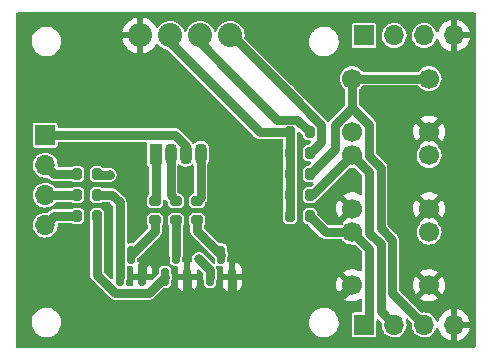
<source format=gbr>
%TF.GenerationSoftware,KiCad,Pcbnew,(6.0.1-0)*%
%TF.CreationDate,2022-03-07T18:18:46+09:00*%
%TF.ProjectId,qLAMP-lcd,714c414d-502d-46c6-9364-2e6b69636164,rev?*%
%TF.SameCoordinates,Original*%
%TF.FileFunction,Copper,L1,Top*%
%TF.FilePolarity,Positive*%
%FSLAX46Y46*%
G04 Gerber Fmt 4.6, Leading zero omitted, Abs format (unit mm)*
G04 Created by KiCad (PCBNEW (6.0.1-0)) date 2022-03-07 18:18:46*
%MOMM*%
%LPD*%
G01*
G04 APERTURE LIST*
G04 Aperture macros list*
%AMRoundRect*
0 Rectangle with rounded corners*
0 $1 Rounding radius*
0 $2 $3 $4 $5 $6 $7 $8 $9 X,Y pos of 4 corners*
0 Add a 4 corners polygon primitive as box body*
4,1,4,$2,$3,$4,$5,$6,$7,$8,$9,$2,$3,0*
0 Add four circle primitives for the rounded corners*
1,1,$1+$1,$2,$3*
1,1,$1+$1,$4,$5*
1,1,$1+$1,$6,$7*
1,1,$1+$1,$8,$9*
0 Add four rect primitives between the rounded corners*
20,1,$1+$1,$2,$3,$4,$5,0*
20,1,$1+$1,$4,$5,$6,$7,0*
20,1,$1+$1,$6,$7,$8,$9,0*
20,1,$1+$1,$8,$9,$2,$3,0*%
G04 Aperture macros list end*
%TA.AperFunction,ComponentPad*%
%ADD10O,2.032000X2.032000*%
%TD*%
%TA.AperFunction,SMDPad,CuDef*%
%ADD11RoundRect,0.200000X-0.275000X0.200000X-0.275000X-0.200000X0.275000X-0.200000X0.275000X0.200000X0*%
%TD*%
%TA.AperFunction,ComponentPad*%
%ADD12R,1.700000X1.700000*%
%TD*%
%TA.AperFunction,ComponentPad*%
%ADD13O,1.700000X1.700000*%
%TD*%
%TA.AperFunction,SMDPad,CuDef*%
%ADD14RoundRect,0.150000X0.150000X-0.587500X0.150000X0.587500X-0.150000X0.587500X-0.150000X-0.587500X0*%
%TD*%
%TA.AperFunction,SMDPad,CuDef*%
%ADD15RoundRect,0.200000X-0.200000X-0.275000X0.200000X-0.275000X0.200000X0.275000X-0.200000X0.275000X0*%
%TD*%
%TA.AperFunction,ComponentPad*%
%ADD16C,1.700000*%
%TD*%
%TA.AperFunction,ComponentPad*%
%ADD17R,1.064920X1.800000*%
%TD*%
%TA.AperFunction,ComponentPad*%
%ADD18O,1.064920X1.800000*%
%TD*%
%TA.AperFunction,ViaPad*%
%ADD19C,0.800000*%
%TD*%
%TA.AperFunction,Conductor*%
%ADD20C,0.762000*%
%TD*%
G04 APERTURE END LIST*
D10*
%TO.P,D2,4,SDA*%
%TO.N,SDA*%
X150600000Y-91260000D03*
%TO.P,D2,3,SCL*%
%TO.N,SCL*%
X148060000Y-91260000D03*
%TO.P,D2,2,VCC*%
%TO.N,VCC*%
X145520000Y-91260000D03*
%TO.P,D2,1,GND*%
%TO.N,GND*%
X142980000Y-91260000D03*
%TD*%
D11*
%TO.P,R8,1*%
%TO.N,Net-(D1-Pad2)*%
X146029000Y-105254999D03*
%TO.P,R8,2*%
%TO.N,Net-(Q3-Pad3)*%
X146029000Y-106904999D03*
%TD*%
D12*
%TO.P,J1,1,Pin_1*%
%TO.N,VCC*%
X161940000Y-91260000D03*
D13*
%TO.P,J1,2,Pin_2*%
%TO.N,SCL*%
X164480000Y-91260000D03*
%TO.P,J1,3,Pin_3*%
%TO.N,SDA*%
X167020000Y-91260000D03*
%TO.P,J1,4,Pin_4*%
%TO.N,GND*%
X169560000Y-91260000D03*
%TD*%
D14*
%TO.P,Q2,1,B*%
%TO.N,Net-(Q2-Pad1)*%
X141269000Y-111687500D03*
%TO.P,Q2,2,E*%
%TO.N,GND*%
X143169000Y-111687500D03*
%TO.P,Q2,3,C*%
%TO.N,Net-(Q2-Pad3)*%
X142219000Y-109812500D03*
%TD*%
D15*
%TO.P,R7,1*%
%TO.N,VCC*%
X155694200Y-101223999D03*
%TO.P,R7,2*%
%TO.N,SDA*%
X157344200Y-101223999D03*
%TD*%
D12*
%TO.P,J3,1,Pin_1*%
%TO.N,VCCL*%
X134940000Y-99700000D03*
D13*
%TO.P,J3,2,Pin_2*%
%TO.N,LED_R*%
X134940000Y-102240000D03*
%TO.P,J3,3,Pin_3*%
%TO.N,LED_G*%
X134940000Y-104779999D03*
%TO.P,J3,4,Pin_4*%
%TO.N,LED_B*%
X134940000Y-107320000D03*
%TD*%
D15*
%TO.P,R2,1*%
%TO.N,LED_G*%
X137660200Y-104779999D03*
%TO.P,R2,2*%
%TO.N,Net-(Q2-Pad1)*%
X139310200Y-104779999D03*
%TD*%
%TO.P,R1,1*%
%TO.N,LED_R*%
X137660200Y-103001999D03*
%TO.P,R1,2*%
%TO.N,Net-(Q1-Pad1)*%
X139310200Y-103001999D03*
%TD*%
D16*
%TO.P,SW3,1,1*%
%TO.N,TACT3*%
X160940000Y-107910000D03*
%TO.P,SW3,2,2*%
X167440000Y-107910000D03*
%TO.P,SW3,3,3*%
%TO.N,GND*%
X160940000Y-112410000D03*
%TO.P,SW3,4,4*%
X167440000Y-112410000D03*
%TD*%
D15*
%TO.P,R3,1*%
%TO.N,LED_B*%
X137660200Y-106557999D03*
%TO.P,R3,2*%
%TO.N,Net-(Q3-Pad1)*%
X139310200Y-106557999D03*
%TD*%
D14*
%TO.P,Q3,1,B*%
%TO.N,Net-(Q3-Pad1)*%
X145079000Y-111687500D03*
%TO.P,Q3,2,E*%
%TO.N,GND*%
X146979000Y-111687500D03*
%TO.P,Q3,3,C*%
%TO.N,Net-(Q3-Pad3)*%
X146029000Y-109812500D03*
%TD*%
D11*
%TO.P,R4,1*%
%TO.N,Net-(D1-Pad4)*%
X147807000Y-105254999D03*
%TO.P,R4,2*%
%TO.N,Net-(Q1-Pad3)*%
X147807000Y-106904999D03*
%TD*%
D17*
%TO.P,D1,1,GK*%
%TO.N,Net-(D1-Pad1)*%
X144285005Y-101259996D03*
D18*
%TO.P,D1,2,BK*%
%TO.N,Net-(D1-Pad2)*%
X145555005Y-101259996D03*
%TO.P,D1,3,A*%
%TO.N,VCCL*%
X146825005Y-101259996D03*
%TO.P,D1,4,RK*%
%TO.N,Net-(D1-Pad4)*%
X148095005Y-101259996D03*
%TD*%
D15*
%TO.P,R11,1*%
%TO.N,VCC*%
X155694200Y-106557999D03*
%TO.P,R11,2*%
%TO.N,TACT3*%
X157344200Y-106557999D03*
%TD*%
D14*
%TO.P,Q1,1,B*%
%TO.N,Net-(Q1-Pad1)*%
X148889000Y-111687500D03*
%TO.P,Q1,2,E*%
%TO.N,GND*%
X150789000Y-111687500D03*
%TO.P,Q1,3,C*%
%TO.N,Net-(Q1-Pad3)*%
X149839000Y-109812500D03*
%TD*%
D15*
%TO.P,R5,1*%
%TO.N,VCC*%
X155694200Y-99445999D03*
%TO.P,R5,2*%
%TO.N,SCL*%
X157344200Y-99445999D03*
%TD*%
%TO.P,R9,1*%
%TO.N,VCC*%
X155694200Y-103001999D03*
%TO.P,R9,2*%
%TO.N,TACT1*%
X157344200Y-103001999D03*
%TD*%
D16*
%TO.P,SW2,1,1*%
%TO.N,TACT2*%
X160940000Y-101410000D03*
%TO.P,SW2,2,2*%
X167440000Y-101410000D03*
%TO.P,SW2,3,3*%
%TO.N,GND*%
X160940000Y-105910000D03*
%TO.P,SW2,4,4*%
X167440000Y-105910000D03*
%TD*%
%TO.P,SW1,1,1*%
%TO.N,TACT1*%
X160940000Y-94910000D03*
%TO.P,SW1,2,2*%
X167440000Y-94910000D03*
%TO.P,SW1,3,3*%
%TO.N,GND*%
X160940000Y-99410000D03*
%TO.P,SW1,4,4*%
X167440000Y-99410000D03*
%TD*%
D11*
%TO.P,R6,1*%
%TO.N,Net-(D1-Pad1)*%
X144251000Y-105254999D03*
%TO.P,R6,2*%
%TO.N,Net-(Q2-Pad3)*%
X144251000Y-106904999D03*
%TD*%
D12*
%TO.P,J2,1,Pin_1*%
%TO.N,TACT3*%
X161940000Y-115760000D03*
D13*
%TO.P,J2,2,Pin_2*%
%TO.N,TACT2*%
X164480000Y-115760000D03*
%TO.P,J2,3,Pin_3*%
%TO.N,TACT1*%
X167020000Y-115760000D03*
%TO.P,J2,4,Pin_4*%
%TO.N,GND*%
X169560000Y-115760000D03*
%TD*%
D15*
%TO.P,R10,1*%
%TO.N,VCC*%
X155694200Y-104779999D03*
%TO.P,R10,2*%
%TO.N,TACT2*%
X157344200Y-104779999D03*
%TD*%
D19*
%TO.N,Net-(Q1-Pad1)*%
X147940000Y-110200000D03*
X140390000Y-103050000D03*
%TO.N,SCL*%
X151020000Y-94820000D03*
%TO.N,SDA*%
X155465774Y-95984226D03*
%TO.N,GND*%
X142840000Y-93290000D03*
X137090000Y-91290000D03*
X152320000Y-104110000D03*
X150110000Y-100770000D03*
X152320000Y-112030000D03*
X170590000Y-101760000D03*
X154480000Y-92110000D03*
X144210000Y-97970000D03*
X161030000Y-103520000D03*
X154080000Y-109200000D03*
X142470000Y-107400000D03*
X165540000Y-109260000D03*
X140360000Y-116570000D03*
X145570000Y-113490000D03*
X168350000Y-92710000D03*
X137990000Y-107780000D03*
X156440000Y-108070000D03*
X147530000Y-113260000D03*
X170310000Y-112740000D03*
X170710000Y-95910000D03*
X161140000Y-110140000D03*
X167870000Y-110380000D03*
X137450000Y-98400000D03*
X149760000Y-116670000D03*
X170650000Y-107500000D03*
X164530000Y-102650000D03*
X140280000Y-95180000D03*
X165180000Y-96200000D03*
X142760000Y-101050000D03*
X167470000Y-114180000D03*
X157470000Y-111360000D03*
X137180000Y-112680000D03*
X133750000Y-96320000D03*
X168140000Y-104290000D03*
X158890000Y-105820000D03*
X154910000Y-114600000D03*
X163600000Y-98170000D03*
X136860000Y-101130000D03*
X133950000Y-109090000D03*
X154200000Y-100740000D03*
X143890000Y-109950000D03*
X152350000Y-90850000D03*
X149520000Y-107910000D03*
X142980000Y-103630000D03*
%TD*%
D20*
%TO.N,LED_R*%
X135701999Y-103001999D02*
X134940000Y-102240000D01*
X137660200Y-103001999D02*
X135701999Y-103001999D01*
%TO.N,Net-(Q1-Pad1)*%
X140390000Y-103050000D02*
X139358201Y-103050000D01*
X148889000Y-111687500D02*
X148889000Y-111149000D01*
X139358201Y-103050000D02*
X139310200Y-103001999D01*
X148889000Y-111149000D02*
X147940000Y-110200000D01*
%TO.N,LED_G*%
X137660200Y-104779999D02*
X134940000Y-104779999D01*
%TO.N,Net-(Q2-Pad1)*%
X141254280Y-111672780D02*
X141254280Y-105394280D01*
X141269000Y-111687500D02*
X141254280Y-111672780D01*
X140639999Y-104779999D02*
X139310200Y-104779999D01*
X141254280Y-105394280D02*
X140639999Y-104779999D01*
%TO.N,LED_B*%
X135702001Y-106557999D02*
X134940000Y-107320000D01*
X137660200Y-106557999D02*
X135702001Y-106557999D01*
%TO.N,Net-(Q3-Pad1)*%
X140836364Y-113030000D02*
X139310200Y-111503836D01*
X145079000Y-111687500D02*
X143736500Y-113030000D01*
X139310200Y-111503836D02*
X139310200Y-106557999D01*
X143736500Y-113030000D02*
X140836364Y-113030000D01*
%TO.N,Net-(D1-Pad4)*%
X148095000Y-104966999D02*
X147807000Y-105254999D01*
X148095000Y-101259999D02*
X148095000Y-104966999D01*
%TO.N,Net-(Q1-Pad3)*%
X147807000Y-107780500D02*
X149839000Y-109812500D01*
X147807000Y-106904999D02*
X147807000Y-107780500D01*
%TO.N,VCC*%
X144920000Y-91260000D02*
X153105999Y-99445999D01*
X153105999Y-99445999D02*
X155694200Y-99445999D01*
X155694200Y-106557999D02*
X155694200Y-104779999D01*
X155694200Y-99445999D02*
X155694200Y-101223999D01*
X155694200Y-101223999D02*
X155694200Y-103001999D01*
X155694200Y-103001999D02*
X155694200Y-104779999D01*
%TO.N,SCL*%
X156285480Y-98387279D02*
X157344200Y-99445999D01*
X151020000Y-94820000D02*
X154587279Y-98387279D01*
X154587279Y-98387279D02*
X156285480Y-98387279D01*
X147460000Y-91260000D02*
X151020000Y-94820000D01*
%TO.N,Net-(D1-Pad1)*%
X144285000Y-105220999D02*
X144251000Y-105254999D01*
X144285000Y-101259999D02*
X144285000Y-105220999D01*
%TO.N,Net-(Q2-Pad3)*%
X144251000Y-106904999D02*
X144251000Y-107780500D01*
X144251000Y-107780500D02*
X142219000Y-109812500D01*
%TO.N,SDA*%
X150741548Y-91260000D02*
X155465774Y-95984226D01*
X155465774Y-95984226D02*
X158327920Y-98846372D01*
X158327920Y-100240279D02*
X157344200Y-101223999D01*
X158327920Y-98846372D02*
X158327920Y-100240279D01*
X150000000Y-91260000D02*
X150741548Y-91260000D01*
%TO.N,Net-(D1-Pad2)*%
X145555000Y-101259999D02*
X145555000Y-104780999D01*
X145555000Y-104780999D02*
X146029000Y-105254999D01*
%TO.N,Net-(Q3-Pad3)*%
X146029000Y-106904999D02*
X146029000Y-109812500D01*
%TO.N,TACT1*%
X167020000Y-115760000D02*
X164303151Y-113043151D01*
X159506289Y-100839910D02*
X159506289Y-98816136D01*
X162373711Y-101479391D02*
X162373711Y-98816136D01*
X162373711Y-98816136D02*
X160940000Y-97382425D01*
X160940000Y-94910000D02*
X167440000Y-94910000D01*
X163338431Y-102444111D02*
X162373711Y-101479391D01*
X160940000Y-97382425D02*
X160940000Y-94910000D01*
X164303151Y-113043151D02*
X164303151Y-108544511D01*
X157344200Y-103001999D02*
X159506289Y-100839910D01*
X164303151Y-108544511D02*
X163338431Y-107579791D01*
X159506289Y-98816136D02*
X160940000Y-97382425D01*
X163338431Y-107579791D02*
X163338431Y-102444111D01*
%TO.N,TACT2*%
X162373711Y-107979391D02*
X162373711Y-102843711D01*
X162373711Y-102843711D02*
X160940000Y-101410000D01*
X164480000Y-115760000D02*
X163338431Y-114618431D01*
X163338431Y-114618431D02*
X163338431Y-108944111D01*
X157570001Y-104779999D02*
X160940000Y-101410000D01*
X163338431Y-108944111D02*
X162373711Y-107979391D01*
X157344200Y-104779999D02*
X157570001Y-104779999D01*
%TO.N,TACT3*%
X158696201Y-107910000D02*
X160940000Y-107910000D01*
X162373711Y-109343711D02*
X160940000Y-107910000D01*
X161940000Y-115760000D02*
X162373711Y-115326289D01*
X162373711Y-115326289D02*
X162373711Y-109343711D01*
X157344200Y-106557999D02*
X158696201Y-107910000D01*
%TO.N,GND*%
X160090000Y-113260000D02*
X151010000Y-113260000D01*
X143169000Y-111687500D02*
X143169000Y-110671000D01*
X143169000Y-110671000D02*
X143890000Y-109950000D01*
X150789000Y-111687500D02*
X150789000Y-113039000D01*
X160940000Y-112410000D02*
X160090000Y-113260000D01*
X151010000Y-113260000D02*
X147530000Y-113260000D01*
X146979000Y-112709000D02*
X146979000Y-111687500D01*
X150789000Y-113039000D02*
X151010000Y-113260000D01*
X147530000Y-113260000D02*
X146979000Y-112709000D01*
%TO.N,VCCL*%
X134940000Y-99700000D02*
X145942109Y-99700000D01*
X146825000Y-100582891D02*
X146825000Y-101259999D01*
X145942109Y-99700000D02*
X146825000Y-100582891D01*
%TD*%
%TA.AperFunction,Conductor*%
%TO.N,GND*%
G36*
X171332121Y-89330002D02*
G01*
X171378614Y-89383658D01*
X171390000Y-89436000D01*
X171390000Y-117584000D01*
X171369998Y-117652121D01*
X171316342Y-117698614D01*
X171264000Y-117710000D01*
X132616000Y-117710000D01*
X132547879Y-117689998D01*
X132501386Y-117636342D01*
X132490000Y-117584000D01*
X132490000Y-115599438D01*
X133785066Y-115599438D01*
X133811883Y-115821044D01*
X133877519Y-116034400D01*
X133979901Y-116232759D01*
X133983310Y-116237201D01*
X133983312Y-116237205D01*
X134089036Y-116374987D01*
X134115790Y-116409854D01*
X134280893Y-116560086D01*
X134469990Y-116678707D01*
X134677105Y-116761966D01*
X134682593Y-116763103D01*
X134682598Y-116763104D01*
X134840053Y-116795711D01*
X134895690Y-116807233D01*
X134900303Y-116807499D01*
X134950526Y-116810395D01*
X134950530Y-116810395D01*
X134952349Y-116810500D01*
X135096630Y-116810500D01*
X135099417Y-116810251D01*
X135099423Y-116810251D01*
X135171792Y-116803792D01*
X135262339Y-116795711D01*
X135267753Y-116794230D01*
X135267758Y-116794229D01*
X135395104Y-116759390D01*
X135477651Y-116736808D01*
X135482709Y-116734396D01*
X135482713Y-116734394D01*
X135602393Y-116677309D01*
X135679129Y-116640708D01*
X135860405Y-116510448D01*
X135987987Y-116378794D01*
X136011846Y-116354174D01*
X136011848Y-116354171D01*
X136015749Y-116350146D01*
X136140250Y-116164868D01*
X136229974Y-115960471D01*
X136231282Y-115955023D01*
X136231284Y-115955017D01*
X136280775Y-115748872D01*
X136280775Y-115748871D01*
X136282085Y-115743415D01*
X136290387Y-115599438D01*
X157285066Y-115599438D01*
X157311883Y-115821044D01*
X157377519Y-116034400D01*
X157479901Y-116232759D01*
X157483310Y-116237201D01*
X157483312Y-116237205D01*
X157589036Y-116374987D01*
X157615790Y-116409854D01*
X157780893Y-116560086D01*
X157969990Y-116678707D01*
X158177105Y-116761966D01*
X158182593Y-116763103D01*
X158182598Y-116763104D01*
X158340053Y-116795711D01*
X158395690Y-116807233D01*
X158400303Y-116807499D01*
X158450526Y-116810395D01*
X158450530Y-116810395D01*
X158452349Y-116810500D01*
X158596630Y-116810500D01*
X158599417Y-116810251D01*
X158599423Y-116810251D01*
X158671792Y-116803792D01*
X158762339Y-116795711D01*
X158767753Y-116794230D01*
X158767758Y-116794229D01*
X158895104Y-116759390D01*
X158977651Y-116736808D01*
X158982709Y-116734396D01*
X158982713Y-116734394D01*
X159102393Y-116677309D01*
X159179129Y-116640708D01*
X159360405Y-116510448D01*
X159487987Y-116378794D01*
X159511846Y-116354174D01*
X159511848Y-116354171D01*
X159515749Y-116350146D01*
X159640250Y-116164868D01*
X159729974Y-115960471D01*
X159731282Y-115955023D01*
X159731284Y-115955017D01*
X159780775Y-115748872D01*
X159780775Y-115748871D01*
X159782085Y-115743415D01*
X159790710Y-115593831D01*
X159794611Y-115526169D01*
X159794611Y-115526166D01*
X159794934Y-115520562D01*
X159768117Y-115298956D01*
X159702481Y-115085600D01*
X159665492Y-115013935D01*
X159602672Y-114892226D01*
X159600099Y-114887241D01*
X159596690Y-114882799D01*
X159596688Y-114882795D01*
X159467620Y-114714590D01*
X159464210Y-114710146D01*
X159299107Y-114559914D01*
X159110010Y-114441293D01*
X158902895Y-114358034D01*
X158897407Y-114356897D01*
X158897402Y-114356896D01*
X158732845Y-114322818D01*
X158684310Y-114312767D01*
X158679697Y-114312501D01*
X158629474Y-114309605D01*
X158629470Y-114309605D01*
X158627651Y-114309500D01*
X158483370Y-114309500D01*
X158480583Y-114309749D01*
X158480577Y-114309749D01*
X158411003Y-114315959D01*
X158317661Y-114324289D01*
X158312247Y-114325770D01*
X158312242Y-114325771D01*
X158198470Y-114356896D01*
X158102349Y-114383192D01*
X158097291Y-114385604D01*
X158097287Y-114385606D01*
X158039549Y-114413146D01*
X157900871Y-114479292D01*
X157719595Y-114609552D01*
X157697146Y-114632718D01*
X157573443Y-114760369D01*
X157564251Y-114769854D01*
X157439750Y-114955132D01*
X157350026Y-115159529D01*
X157348718Y-115164977D01*
X157348716Y-115164983D01*
X157299225Y-115371128D01*
X157297915Y-115376585D01*
X157297592Y-115382190D01*
X157287912Y-115550083D01*
X157285066Y-115599438D01*
X136290387Y-115599438D01*
X136290710Y-115593831D01*
X136294611Y-115526169D01*
X136294611Y-115526166D01*
X136294934Y-115520562D01*
X136268117Y-115298956D01*
X136202481Y-115085600D01*
X136165492Y-115013935D01*
X136102672Y-114892226D01*
X136100099Y-114887241D01*
X136096690Y-114882799D01*
X136096688Y-114882795D01*
X135967620Y-114714590D01*
X135964210Y-114710146D01*
X135799107Y-114559914D01*
X135610010Y-114441293D01*
X135402895Y-114358034D01*
X135397407Y-114356897D01*
X135397402Y-114356896D01*
X135232845Y-114322818D01*
X135184310Y-114312767D01*
X135179697Y-114312501D01*
X135129474Y-114309605D01*
X135129470Y-114309605D01*
X135127651Y-114309500D01*
X134983370Y-114309500D01*
X134980583Y-114309749D01*
X134980577Y-114309749D01*
X134911003Y-114315959D01*
X134817661Y-114324289D01*
X134812247Y-114325770D01*
X134812242Y-114325771D01*
X134698470Y-114356896D01*
X134602349Y-114383192D01*
X134597291Y-114385604D01*
X134597287Y-114385606D01*
X134539549Y-114413146D01*
X134400871Y-114479292D01*
X134219595Y-114609552D01*
X134197146Y-114632718D01*
X134073443Y-114760369D01*
X134064251Y-114769854D01*
X133939750Y-114955132D01*
X133850026Y-115159529D01*
X133848718Y-115164977D01*
X133848716Y-115164983D01*
X133799225Y-115371128D01*
X133797915Y-115376585D01*
X133797592Y-115382190D01*
X133787912Y-115550083D01*
X133785066Y-115599438D01*
X132490000Y-115599438D01*
X132490000Y-107305217D01*
X133881305Y-107305217D01*
X133881821Y-107311361D01*
X133898080Y-107504994D01*
X133898081Y-107504999D01*
X133898596Y-107511133D01*
X133927076Y-107610452D01*
X133952307Y-107698442D01*
X133955555Y-107709770D01*
X134050010Y-107893560D01*
X134053835Y-107898386D01*
X134053837Y-107898389D01*
X134087425Y-107940766D01*
X134178364Y-108055503D01*
X134335730Y-108189431D01*
X134516111Y-108290243D01*
X134712639Y-108354099D01*
X134917826Y-108378566D01*
X134923961Y-108378094D01*
X134923963Y-108378094D01*
X135117715Y-108363185D01*
X135117718Y-108363184D01*
X135123858Y-108362712D01*
X135322887Y-108307143D01*
X135507332Y-108213973D01*
X135534899Y-108192436D01*
X135665307Y-108090550D01*
X135665308Y-108090549D01*
X135670168Y-108086752D01*
X135805191Y-107930325D01*
X135814737Y-107913522D01*
X135868534Y-107818821D01*
X135907260Y-107750652D01*
X135972486Y-107554575D01*
X135998385Y-107349563D01*
X135998798Y-107320000D01*
X135998455Y-107316500D01*
X135998454Y-107316480D01*
X135994974Y-107280996D01*
X136008232Y-107211248D01*
X136057094Y-107159741D01*
X136120372Y-107142699D01*
X137152788Y-107142699D01*
X137218184Y-107161901D01*
X137219953Y-107163670D01*
X137228784Y-107168170D01*
X137228786Y-107168171D01*
X137255596Y-107181831D01*
X137333895Y-107221726D01*
X137343685Y-107223277D01*
X137343686Y-107223277D01*
X137370163Y-107227470D01*
X137428430Y-107236699D01*
X137891970Y-107236699D01*
X137950237Y-107227470D01*
X137976714Y-107223277D01*
X137976715Y-107223277D01*
X137986505Y-107221726D01*
X138100447Y-107163670D01*
X138190871Y-107073246D01*
X138248927Y-106959304D01*
X138252946Y-106933933D01*
X138258716Y-106897498D01*
X138263900Y-106864769D01*
X138706500Y-106864769D01*
X138717455Y-106933933D01*
X138721473Y-106959304D01*
X138721179Y-106959351D01*
X138725500Y-106986635D01*
X138725500Y-111457258D01*
X138724422Y-111473705D01*
X138720455Y-111503836D01*
X138725500Y-111542155D01*
X138725500Y-111542157D01*
X138740550Y-111656473D01*
X138743710Y-111664103D01*
X138743711Y-111664105D01*
X138763177Y-111711100D01*
X138763178Y-111711101D01*
X138799466Y-111798709D01*
X138819960Y-111825417D01*
X138893187Y-111920849D01*
X138899733Y-111925872D01*
X138899736Y-111925875D01*
X138917309Y-111939359D01*
X138929701Y-111950227D01*
X140389977Y-113410503D01*
X140400844Y-113422894D01*
X140419351Y-113447013D01*
X140496978Y-113506577D01*
X140541491Y-113540734D01*
X140683727Y-113599650D01*
X140811095Y-113616419D01*
X140828169Y-113618667D01*
X140836364Y-113619746D01*
X140844560Y-113618667D01*
X140866502Y-113615778D01*
X140882949Y-113614700D01*
X143689922Y-113614700D01*
X143706369Y-113615778D01*
X143736500Y-113619745D01*
X143774819Y-113614700D01*
X143774824Y-113614700D01*
X143880949Y-113600728D01*
X143889137Y-113599650D01*
X143999623Y-113553885D01*
X144031373Y-113540734D01*
X144075886Y-113506577D01*
X144153513Y-113447013D01*
X144172020Y-113422894D01*
X144182888Y-113410502D01*
X144927787Y-112665604D01*
X144990099Y-112631579D01*
X145016881Y-112628700D01*
X145238358Y-112628699D01*
X145262526Y-112628699D01*
X145267084Y-112628028D01*
X145267086Y-112628028D01*
X145322356Y-112619893D01*
X145332045Y-112618467D01*
X145437744Y-112566571D01*
X145520934Y-112483235D01*
X145525834Y-112473212D01*
X145562995Y-112397188D01*
X145572646Y-112377445D01*
X145577537Y-112343920D01*
X145578257Y-112338984D01*
X146171001Y-112338984D01*
X146171195Y-112343920D01*
X146173430Y-112372336D01*
X146175730Y-112384931D01*
X146218107Y-112530790D01*
X146224352Y-112545221D01*
X146300911Y-112674678D01*
X146310551Y-112687104D01*
X146416896Y-112793449D01*
X146429322Y-112803089D01*
X146558779Y-112879648D01*
X146573210Y-112885893D01*
X146707605Y-112924939D01*
X146721706Y-112924899D01*
X146725000Y-112917630D01*
X146725000Y-112911878D01*
X147233000Y-112911878D01*
X147236973Y-112925409D01*
X147244871Y-112926544D01*
X147384790Y-112885893D01*
X147399221Y-112879648D01*
X147528678Y-112803089D01*
X147541104Y-112793449D01*
X147647449Y-112687104D01*
X147657089Y-112674678D01*
X147733648Y-112545221D01*
X147739893Y-112530790D01*
X147782269Y-112384935D01*
X147784570Y-112372333D01*
X147786807Y-112343916D01*
X147787000Y-112338986D01*
X147787000Y-111959615D01*
X147782525Y-111944376D01*
X147781135Y-111943171D01*
X147773452Y-111941500D01*
X147251115Y-111941500D01*
X147235876Y-111945975D01*
X147234671Y-111947365D01*
X147233000Y-111955048D01*
X147233000Y-112911878D01*
X146725000Y-112911878D01*
X146725000Y-111959615D01*
X146720525Y-111944376D01*
X146719135Y-111943171D01*
X146711452Y-111941500D01*
X146189116Y-111941500D01*
X146173877Y-111945975D01*
X146172672Y-111947365D01*
X146171001Y-111955048D01*
X146171001Y-112338984D01*
X145578257Y-112338984D01*
X145582040Y-112313054D01*
X145582040Y-112313048D01*
X145582700Y-112308527D01*
X145582700Y-112024417D01*
X145592291Y-111976200D01*
X145645489Y-111847768D01*
X145645490Y-111847765D01*
X145648650Y-111840137D01*
X145668746Y-111687500D01*
X145648650Y-111534863D01*
X145592290Y-111398797D01*
X145582699Y-111350580D01*
X145582699Y-111066474D01*
X145580488Y-111051448D01*
X145573893Y-111006644D01*
X145572467Y-110996955D01*
X145520571Y-110891256D01*
X145513200Y-110883898D01*
X145507137Y-110875429D01*
X145509290Y-110873887D01*
X145482576Y-110825066D01*
X145482842Y-110821306D01*
X145442042Y-110812469D01*
X145440980Y-110811804D01*
X145437235Y-110808066D01*
X145427884Y-110803495D01*
X145427881Y-110803493D01*
X145344327Y-110762651D01*
X145331445Y-110756354D01*
X145321770Y-110754943D01*
X145321768Y-110754942D01*
X145267054Y-110746960D01*
X145267048Y-110746960D01*
X145262527Y-110746300D01*
X145079720Y-110746300D01*
X144895474Y-110746301D01*
X144890916Y-110746972D01*
X144890914Y-110746972D01*
X144850028Y-110752990D01*
X144825955Y-110756533D01*
X144720256Y-110808429D01*
X144637066Y-110891765D01*
X144585354Y-110997555D01*
X144583943Y-111007230D01*
X144583942Y-111007232D01*
X144577076Y-111054301D01*
X144575300Y-111066473D01*
X144575300Y-111312118D01*
X144555298Y-111380239D01*
X144538396Y-111401213D01*
X144035014Y-111904596D01*
X143972702Y-111938620D01*
X143945919Y-111941500D01*
X142379116Y-111941500D01*
X142363877Y-111945975D01*
X142362672Y-111947365D01*
X142361001Y-111955048D01*
X142361001Y-112319300D01*
X142340999Y-112387421D01*
X142287343Y-112433914D01*
X142235001Y-112445300D01*
X141897918Y-112445300D01*
X141829797Y-112425298D01*
X141783304Y-112371642D01*
X141772365Y-112310823D01*
X141772700Y-112308527D01*
X141772700Y-112024417D01*
X141782291Y-111976200D01*
X141835490Y-111847765D01*
X141835491Y-111847761D01*
X141838649Y-111840137D01*
X141839726Y-111831957D01*
X141839727Y-111831953D01*
X141857667Y-111695688D01*
X141858745Y-111687500D01*
X141840058Y-111545564D01*
X141838980Y-111529117D01*
X141838980Y-110870750D01*
X141858982Y-110802629D01*
X141912638Y-110756136D01*
X141983168Y-110746070D01*
X142011751Y-110750239D01*
X142035473Y-110753700D01*
X142047416Y-110753700D01*
X142266586Y-110753699D01*
X142334706Y-110773701D01*
X142381199Y-110827356D01*
X142391304Y-110897630D01*
X142387583Y-110914853D01*
X142365731Y-110990065D01*
X142363430Y-111002667D01*
X142361193Y-111031084D01*
X142361000Y-111036014D01*
X142361000Y-111415385D01*
X142365475Y-111430624D01*
X142366865Y-111431829D01*
X142374548Y-111433500D01*
X142896885Y-111433500D01*
X142912124Y-111429025D01*
X142913329Y-111427635D01*
X142915000Y-111419952D01*
X142915000Y-111415385D01*
X143423000Y-111415385D01*
X143427475Y-111430624D01*
X143428865Y-111431829D01*
X143436548Y-111433500D01*
X143958884Y-111433500D01*
X143974123Y-111429025D01*
X143975328Y-111427635D01*
X143976999Y-111419952D01*
X143976999Y-111036017D01*
X143976805Y-111031080D01*
X143974570Y-111002664D01*
X143972270Y-110990069D01*
X143929893Y-110844210D01*
X143923648Y-110829779D01*
X143847089Y-110700322D01*
X143837449Y-110687896D01*
X143731104Y-110581551D01*
X143718678Y-110571911D01*
X143589221Y-110495352D01*
X143574790Y-110489107D01*
X143440395Y-110450061D01*
X143426294Y-110450101D01*
X143423000Y-110457370D01*
X143423000Y-111415385D01*
X142915000Y-111415385D01*
X142915000Y-110463122D01*
X142911027Y-110449591D01*
X142903130Y-110448456D01*
X142883854Y-110454056D01*
X142812857Y-110453854D01*
X142753241Y-110415300D01*
X142723932Y-110350635D01*
X142722700Y-110333059D01*
X142722700Y-110187880D01*
X142742702Y-110119759D01*
X142759605Y-110098785D01*
X144631503Y-108226887D01*
X144643895Y-108216019D01*
X144646562Y-108213973D01*
X144668013Y-108197513D01*
X144750107Y-108090525D01*
X144761734Y-108075373D01*
X144764895Y-108067743D01*
X144794278Y-107996804D01*
X144817490Y-107940766D01*
X144817491Y-107940763D01*
X144820650Y-107933137D01*
X144824158Y-107906495D01*
X144835700Y-107818821D01*
X144835700Y-107818819D01*
X144839667Y-107788688D01*
X144840745Y-107780500D01*
X144837522Y-107756015D01*
X144836778Y-107750367D01*
X144835700Y-107733921D01*
X144835700Y-107412411D01*
X144854902Y-107347015D01*
X144856671Y-107345246D01*
X144869535Y-107320000D01*
X144889408Y-107280996D01*
X144914727Y-107231304D01*
X144929700Y-107136769D01*
X145350300Y-107136769D01*
X145365273Y-107231304D01*
X145390592Y-107280996D01*
X145410466Y-107320000D01*
X145421217Y-107341100D01*
X145423329Y-107345246D01*
X145422793Y-107345519D01*
X145444094Y-107405216D01*
X145444300Y-107412411D01*
X145444300Y-109850821D01*
X145444838Y-109854907D01*
X145444838Y-109854908D01*
X145458272Y-109956949D01*
X145459350Y-109965137D01*
X145515710Y-110101200D01*
X145515710Y-110101201D01*
X145525301Y-110149417D01*
X145525301Y-110433526D01*
X145525971Y-110438076D01*
X145525972Y-110438086D01*
X145528293Y-110453854D01*
X145535533Y-110503045D01*
X145587429Y-110608744D01*
X145594800Y-110616102D01*
X145600863Y-110624571D01*
X145598710Y-110626113D01*
X145625424Y-110674934D01*
X145625158Y-110678694D01*
X145665958Y-110687531D01*
X145667020Y-110688196D01*
X145670765Y-110691934D01*
X145680116Y-110696505D01*
X145680119Y-110696507D01*
X145743179Y-110727331D01*
X145776555Y-110743646D01*
X145786230Y-110745057D01*
X145786232Y-110745058D01*
X145840946Y-110753040D01*
X145840952Y-110753040D01*
X145845473Y-110753700D01*
X145857416Y-110753700D01*
X146076586Y-110753699D01*
X146144706Y-110773701D01*
X146191199Y-110827356D01*
X146201304Y-110897630D01*
X146197583Y-110914853D01*
X146175731Y-110990065D01*
X146173430Y-111002667D01*
X146171193Y-111031084D01*
X146171000Y-111036014D01*
X146171000Y-111415385D01*
X146175475Y-111430624D01*
X146176865Y-111431829D01*
X146184548Y-111433500D01*
X146706885Y-111433500D01*
X146722124Y-111429025D01*
X146723329Y-111427635D01*
X146725000Y-111419952D01*
X146725000Y-110463122D01*
X146721027Y-110449591D01*
X146713130Y-110448456D01*
X146693854Y-110454056D01*
X146622857Y-110453854D01*
X146563241Y-110415300D01*
X146533932Y-110350635D01*
X146532700Y-110333059D01*
X146532700Y-110149417D01*
X146542291Y-110101199D01*
X146595490Y-109972766D01*
X146598650Y-109965137D01*
X146599728Y-109956949D01*
X146613162Y-109854908D01*
X146613162Y-109854907D01*
X146613700Y-109850821D01*
X146613700Y-107412411D01*
X146632902Y-107347015D01*
X146634671Y-107345246D01*
X146647535Y-107320000D01*
X146667408Y-107280996D01*
X146692727Y-107231304D01*
X146707700Y-107136769D01*
X147128300Y-107136769D01*
X147143273Y-107231304D01*
X147168592Y-107280996D01*
X147188466Y-107320000D01*
X147199217Y-107341100D01*
X147201329Y-107345246D01*
X147200793Y-107345519D01*
X147222094Y-107405216D01*
X147222300Y-107412411D01*
X147222300Y-107733922D01*
X147221222Y-107750367D01*
X147217255Y-107780500D01*
X147218333Y-107788688D01*
X147222300Y-107818819D01*
X147222300Y-107818821D01*
X147234768Y-107913522D01*
X147237350Y-107933137D01*
X147240509Y-107940763D01*
X147263722Y-107996804D01*
X147293105Y-108067743D01*
X147293107Y-108067747D01*
X147296266Y-108075373D01*
X147307893Y-108090525D01*
X147389987Y-108197513D01*
X147396537Y-108202539D01*
X147396541Y-108202543D01*
X147414109Y-108216023D01*
X147426501Y-108226891D01*
X149298396Y-110098786D01*
X149332422Y-110161098D01*
X149335301Y-110187880D01*
X149335301Y-110433526D01*
X149337664Y-110449578D01*
X149327796Y-110519882D01*
X149281483Y-110573693D01*
X149213430Y-110593924D01*
X149145243Y-110574151D01*
X149123912Y-110557021D01*
X148482803Y-109915913D01*
X148467513Y-109895986D01*
X148467331Y-109895546D01*
X148370564Y-109769436D01*
X148244455Y-109672669D01*
X148160978Y-109638092D01*
X148105227Y-109614999D01*
X148105224Y-109614998D01*
X148097597Y-109611839D01*
X147940000Y-109591091D01*
X147782403Y-109611839D01*
X147774776Y-109614998D01*
X147774773Y-109614999D01*
X147719022Y-109638092D01*
X147635546Y-109672669D01*
X147509436Y-109769436D01*
X147412669Y-109895546D01*
X147409509Y-109903176D01*
X147380684Y-109972766D01*
X147351839Y-110042403D01*
X147331091Y-110200000D01*
X147332169Y-110208188D01*
X147345270Y-110307701D01*
X147334331Y-110377850D01*
X147287202Y-110430948D01*
X147245539Y-110442977D01*
X147237029Y-110448480D01*
X147233000Y-110457370D01*
X147233000Y-111415385D01*
X147237475Y-111430624D01*
X147238865Y-111431829D01*
X147246548Y-111433500D01*
X147768884Y-111433500D01*
X147784123Y-111429025D01*
X147785328Y-111427635D01*
X147786999Y-111419952D01*
X147786999Y-111178080D01*
X147807001Y-111109959D01*
X147860657Y-111063466D01*
X147930931Y-111053362D01*
X147995511Y-111082856D01*
X148002087Y-111088978D01*
X148267396Y-111354287D01*
X148301421Y-111416599D01*
X148304300Y-111443382D01*
X148304300Y-111725821D01*
X148319350Y-111840137D01*
X148375710Y-111976200D01*
X148375710Y-111976201D01*
X148385301Y-112024417D01*
X148385301Y-112308526D01*
X148395533Y-112378045D01*
X148447429Y-112483744D01*
X148530765Y-112566934D01*
X148636555Y-112618646D01*
X148646230Y-112620057D01*
X148646232Y-112620058D01*
X148700946Y-112628040D01*
X148700952Y-112628040D01*
X148705473Y-112628700D01*
X148888280Y-112628700D01*
X149072526Y-112628699D01*
X149077084Y-112628028D01*
X149077086Y-112628028D01*
X149132356Y-112619893D01*
X149142045Y-112618467D01*
X149247744Y-112566571D01*
X149330934Y-112483235D01*
X149335834Y-112473212D01*
X149372995Y-112397188D01*
X149382646Y-112377445D01*
X149387537Y-112343920D01*
X149388257Y-112338984D01*
X149981001Y-112338984D01*
X149981195Y-112343920D01*
X149983430Y-112372336D01*
X149985730Y-112384931D01*
X150028107Y-112530790D01*
X150034352Y-112545221D01*
X150110911Y-112674678D01*
X150120551Y-112687104D01*
X150226896Y-112793449D01*
X150239322Y-112803089D01*
X150368779Y-112879648D01*
X150383210Y-112885893D01*
X150517605Y-112924939D01*
X150531706Y-112924899D01*
X150535000Y-112917630D01*
X150535000Y-112911878D01*
X151043000Y-112911878D01*
X151046973Y-112925409D01*
X151054871Y-112926544D01*
X151194790Y-112885893D01*
X151209221Y-112879648D01*
X151338678Y-112803089D01*
X151351104Y-112793449D01*
X151457449Y-112687104D01*
X151467089Y-112674678D01*
X151543648Y-112545221D01*
X151549893Y-112530790D01*
X151592269Y-112384935D01*
X151592830Y-112381863D01*
X159578050Y-112381863D01*
X159590309Y-112594477D01*
X159591745Y-112604697D01*
X159638565Y-112812446D01*
X159641645Y-112822275D01*
X159721770Y-113019603D01*
X159726413Y-113028794D01*
X159806460Y-113159420D01*
X159816916Y-113168880D01*
X159825694Y-113165096D01*
X160567978Y-112422812D01*
X160575592Y-112408868D01*
X160575461Y-112407035D01*
X160571210Y-112400420D01*
X159829849Y-111659059D01*
X159818313Y-111652759D01*
X159806031Y-111662382D01*
X159758089Y-111732662D01*
X159753004Y-111741613D01*
X159663338Y-111934783D01*
X159659775Y-111944470D01*
X159602864Y-112149681D01*
X159600933Y-112159800D01*
X159578302Y-112371574D01*
X159578050Y-112381863D01*
X151592830Y-112381863D01*
X151594570Y-112372333D01*
X151596807Y-112343916D01*
X151597000Y-112338986D01*
X151597000Y-111959615D01*
X151592525Y-111944376D01*
X151591135Y-111943171D01*
X151583452Y-111941500D01*
X151061115Y-111941500D01*
X151045876Y-111945975D01*
X151044671Y-111947365D01*
X151043000Y-111955048D01*
X151043000Y-112911878D01*
X150535000Y-112911878D01*
X150535000Y-111959615D01*
X150530525Y-111944376D01*
X150529135Y-111943171D01*
X150521452Y-111941500D01*
X149999116Y-111941500D01*
X149983877Y-111945975D01*
X149982672Y-111947365D01*
X149981001Y-111955048D01*
X149981001Y-112338984D01*
X149388257Y-112338984D01*
X149392040Y-112313054D01*
X149392040Y-112313048D01*
X149392700Y-112308527D01*
X149392700Y-112024417D01*
X149402291Y-111976199D01*
X149455490Y-111847766D01*
X149455490Y-111847765D01*
X149458650Y-111840137D01*
X149473700Y-111725821D01*
X149473700Y-111195586D01*
X149474778Y-111179139D01*
X149477668Y-111157188D01*
X149478746Y-111149000D01*
X149458650Y-110996363D01*
X149421716Y-110907196D01*
X149414127Y-110836609D01*
X149445906Y-110773122D01*
X149506964Y-110736894D01*
X149575329Y-110738598D01*
X149577773Y-110739353D01*
X149586555Y-110743646D01*
X149623860Y-110749088D01*
X149650946Y-110753040D01*
X149650952Y-110753040D01*
X149655473Y-110753700D01*
X149667416Y-110753700D01*
X149886586Y-110753699D01*
X149954706Y-110773701D01*
X150001199Y-110827356D01*
X150011304Y-110897630D01*
X150007583Y-110914853D01*
X149985731Y-110990065D01*
X149983430Y-111002667D01*
X149981193Y-111031084D01*
X149981000Y-111036014D01*
X149981000Y-111415385D01*
X149985475Y-111430624D01*
X149986865Y-111431829D01*
X149994548Y-111433500D01*
X150516885Y-111433500D01*
X150532124Y-111429025D01*
X150533329Y-111427635D01*
X150535000Y-111419952D01*
X150535000Y-111415385D01*
X151043000Y-111415385D01*
X151047475Y-111430624D01*
X151048865Y-111431829D01*
X151056548Y-111433500D01*
X151578884Y-111433500D01*
X151594123Y-111429025D01*
X151595328Y-111427635D01*
X151596999Y-111419952D01*
X151596999Y-111036017D01*
X151596805Y-111031080D01*
X151594570Y-111002664D01*
X151592270Y-110990069D01*
X151549893Y-110844210D01*
X151543648Y-110829779D01*
X151467089Y-110700322D01*
X151457449Y-110687896D01*
X151351104Y-110581551D01*
X151338678Y-110571911D01*
X151209221Y-110495352D01*
X151194790Y-110489107D01*
X151060395Y-110450061D01*
X151046294Y-110450101D01*
X151043000Y-110457370D01*
X151043000Y-111415385D01*
X150535000Y-111415385D01*
X150535000Y-110463122D01*
X150531027Y-110449591D01*
X150523130Y-110448456D01*
X150503854Y-110454056D01*
X150432857Y-110453854D01*
X150373241Y-110415300D01*
X150343932Y-110350635D01*
X150342700Y-110333059D01*
X150342700Y-110149418D01*
X150352291Y-110101200D01*
X150405488Y-109972769D01*
X150405489Y-109972766D01*
X150408649Y-109965138D01*
X150428745Y-109812500D01*
X150422413Y-109764408D01*
X150409727Y-109668047D01*
X150409726Y-109668043D01*
X150408649Y-109659863D01*
X150405491Y-109652239D01*
X150405490Y-109652235D01*
X150352290Y-109523798D01*
X150342699Y-109475581D01*
X150342699Y-109191474D01*
X150332467Y-109121955D01*
X150280571Y-109016256D01*
X150217389Y-108953185D01*
X150204604Y-108940422D01*
X150197235Y-108933066D01*
X150091445Y-108881354D01*
X150081770Y-108879943D01*
X150081768Y-108879942D01*
X150027054Y-108871960D01*
X150027048Y-108871960D01*
X150022527Y-108871300D01*
X149998538Y-108871300D01*
X149776881Y-108871301D01*
X149708761Y-108851299D01*
X149687786Y-108834396D01*
X148428605Y-107575215D01*
X148394579Y-107512903D01*
X148391700Y-107486120D01*
X148391700Y-107412411D01*
X148410902Y-107347015D01*
X148412671Y-107345246D01*
X148425535Y-107320000D01*
X148445408Y-107280996D01*
X148470727Y-107231304D01*
X148485700Y-107136769D01*
X148485700Y-106673229D01*
X148470727Y-106578694D01*
X148412671Y-106464752D01*
X148322247Y-106374328D01*
X148208305Y-106316272D01*
X148198515Y-106314721D01*
X148198514Y-106314721D01*
X148172037Y-106310528D01*
X148113770Y-106301299D01*
X147500230Y-106301299D01*
X147441963Y-106310528D01*
X147415486Y-106314721D01*
X147415485Y-106314721D01*
X147405695Y-106316272D01*
X147291753Y-106374328D01*
X147201329Y-106464752D01*
X147143273Y-106578694D01*
X147128300Y-106673229D01*
X147128300Y-107136769D01*
X146707700Y-107136769D01*
X146707700Y-106673229D01*
X146692727Y-106578694D01*
X146634671Y-106464752D01*
X146544247Y-106374328D01*
X146430305Y-106316272D01*
X146420515Y-106314721D01*
X146420514Y-106314721D01*
X146394037Y-106310528D01*
X146335770Y-106301299D01*
X145722230Y-106301299D01*
X145663963Y-106310528D01*
X145637486Y-106314721D01*
X145637485Y-106314721D01*
X145627695Y-106316272D01*
X145513753Y-106374328D01*
X145423329Y-106464752D01*
X145365273Y-106578694D01*
X145350300Y-106673229D01*
X145350300Y-107136769D01*
X144929700Y-107136769D01*
X144929700Y-106673229D01*
X144914727Y-106578694D01*
X144856671Y-106464752D01*
X144766247Y-106374328D01*
X144652305Y-106316272D01*
X144642515Y-106314721D01*
X144642514Y-106314721D01*
X144616037Y-106310528D01*
X144557770Y-106301299D01*
X143944230Y-106301299D01*
X143885963Y-106310528D01*
X143859486Y-106314721D01*
X143859485Y-106314721D01*
X143849695Y-106316272D01*
X143735753Y-106374328D01*
X143645329Y-106464752D01*
X143587273Y-106578694D01*
X143572300Y-106673229D01*
X143572300Y-107136769D01*
X143587273Y-107231304D01*
X143612592Y-107280996D01*
X143632466Y-107320000D01*
X143643217Y-107341100D01*
X143645329Y-107345246D01*
X143644793Y-107345519D01*
X143666094Y-107405216D01*
X143666300Y-107412411D01*
X143666300Y-107486120D01*
X143646298Y-107554241D01*
X143629395Y-107575215D01*
X142370215Y-108834395D01*
X142307903Y-108868421D01*
X142281121Y-108871300D01*
X142059643Y-108871301D01*
X142035474Y-108871301D01*
X142030916Y-108871972D01*
X142030914Y-108871972D01*
X141983327Y-108878976D01*
X141913020Y-108869106D01*
X141859210Y-108822792D01*
X141838980Y-108754319D01*
X141838980Y-105440866D01*
X141840058Y-105424419D01*
X141842948Y-105402468D01*
X141844026Y-105394280D01*
X141823930Y-105241643D01*
X141765014Y-105099408D01*
X141694823Y-105007932D01*
X141694822Y-105007931D01*
X141671293Y-104977267D01*
X141657912Y-104966999D01*
X141647178Y-104958763D01*
X141634787Y-104947896D01*
X141086383Y-104399493D01*
X141075515Y-104387100D01*
X141062038Y-104369536D01*
X141057012Y-104362986D01*
X140967297Y-104294146D01*
X140934872Y-104269265D01*
X140927246Y-104266106D01*
X140927244Y-104266105D01*
X140893212Y-104252009D01*
X140800265Y-104213509D01*
X140792636Y-104210349D01*
X140784448Y-104209271D01*
X140678323Y-104195299D01*
X140678318Y-104195299D01*
X140639999Y-104190254D01*
X140631811Y-104191332D01*
X140609866Y-104194221D01*
X140593420Y-104195299D01*
X139817612Y-104195299D01*
X139752216Y-104176097D01*
X139750447Y-104174328D01*
X139741616Y-104169828D01*
X139741614Y-104169827D01*
X139693476Y-104145300D01*
X139636505Y-104116272D01*
X139626715Y-104114721D01*
X139626714Y-104114721D01*
X139600237Y-104110528D01*
X139541970Y-104101299D01*
X139078430Y-104101299D01*
X139020163Y-104110528D01*
X138993686Y-104114721D01*
X138993685Y-104114721D01*
X138983895Y-104116272D01*
X138869953Y-104174328D01*
X138779529Y-104264752D01*
X138721473Y-104378694D01*
X138719922Y-104388484D01*
X138719922Y-104388485D01*
X138718179Y-104399493D01*
X138706500Y-104473229D01*
X138706500Y-105086769D01*
X138707275Y-105091659D01*
X138718178Y-105160498D01*
X138721473Y-105181304D01*
X138779529Y-105295246D01*
X138869953Y-105385670D01*
X138983895Y-105443726D01*
X138993685Y-105445277D01*
X138993686Y-105445277D01*
X139020163Y-105449470D01*
X139078430Y-105458699D01*
X139541970Y-105458699D01*
X139600237Y-105449470D01*
X139626714Y-105445277D01*
X139626715Y-105445277D01*
X139636505Y-105443726D01*
X139693476Y-105414698D01*
X139741614Y-105390171D01*
X139741616Y-105390170D01*
X139750447Y-105385670D01*
X139750720Y-105386206D01*
X139810417Y-105364905D01*
X139817612Y-105364699D01*
X140345618Y-105364699D01*
X140413739Y-105384701D01*
X140434714Y-105401604D01*
X140632676Y-105599567D01*
X140666701Y-105661879D01*
X140669580Y-105688662D01*
X140669580Y-111626202D01*
X140668502Y-111642649D01*
X140664535Y-111672780D01*
X140665613Y-111680968D01*
X140669580Y-111711099D01*
X140669580Y-111711104D01*
X140670439Y-111717630D01*
X140670136Y-111719575D01*
X140670658Y-111727546D01*
X140670658Y-111727547D01*
X140668892Y-111727547D01*
X140659498Y-111787778D01*
X140612369Y-111840876D01*
X140544015Y-111860064D01*
X140476137Y-111839251D01*
X140456422Y-111823168D01*
X139931805Y-111298551D01*
X139897779Y-111236239D01*
X139894900Y-111209456D01*
X139894900Y-106986635D01*
X139899221Y-106959351D01*
X139898927Y-106959304D01*
X139902945Y-106933933D01*
X139913900Y-106864769D01*
X139913900Y-106251229D01*
X139904651Y-106192834D01*
X139900478Y-106166485D01*
X139900478Y-106166484D01*
X139898927Y-106156694D01*
X139840871Y-106042752D01*
X139750447Y-105952328D01*
X139636505Y-105894272D01*
X139626715Y-105892721D01*
X139626714Y-105892721D01*
X139600237Y-105888528D01*
X139541970Y-105879299D01*
X139078430Y-105879299D01*
X139020163Y-105888528D01*
X138993686Y-105892721D01*
X138993685Y-105892721D01*
X138983895Y-105894272D01*
X138869953Y-105952328D01*
X138779529Y-106042752D01*
X138721473Y-106156694D01*
X138719922Y-106166484D01*
X138719922Y-106166485D01*
X138715749Y-106192834D01*
X138706500Y-106251229D01*
X138706500Y-106864769D01*
X138263900Y-106864769D01*
X138263900Y-106251229D01*
X138254651Y-106192834D01*
X138250478Y-106166485D01*
X138250478Y-106166484D01*
X138248927Y-106156694D01*
X138190871Y-106042752D01*
X138100447Y-105952328D01*
X137986505Y-105894272D01*
X137976715Y-105892721D01*
X137976714Y-105892721D01*
X137950237Y-105888528D01*
X137891970Y-105879299D01*
X137428430Y-105879299D01*
X137370163Y-105888528D01*
X137343686Y-105892721D01*
X137343685Y-105892721D01*
X137333895Y-105894272D01*
X137297208Y-105912965D01*
X137228786Y-105947827D01*
X137228784Y-105947828D01*
X137219953Y-105952328D01*
X137219680Y-105951792D01*
X137159983Y-105973093D01*
X137152788Y-105973299D01*
X135748579Y-105973299D01*
X135732132Y-105972221D01*
X135710189Y-105969332D01*
X135702001Y-105968254D01*
X135663682Y-105973299D01*
X135663677Y-105973299D01*
X135557552Y-105987271D01*
X135549364Y-105988349D01*
X135541737Y-105991508D01*
X135541734Y-105991509D01*
X135466044Y-106022861D01*
X135407128Y-106047265D01*
X135362615Y-106081422D01*
X135284988Y-106140986D01*
X135279962Y-106147536D01*
X135279958Y-106147540D01*
X135266478Y-106165108D01*
X135255610Y-106177500D01*
X135193028Y-106240082D01*
X135130716Y-106274108D01*
X135090762Y-106276297D01*
X135069936Y-106274108D01*
X135044962Y-106271483D01*
X134953520Y-106261872D01*
X134953519Y-106261872D01*
X134947392Y-106261228D01*
X134820582Y-106272768D01*
X134747742Y-106279397D01*
X134747741Y-106279397D01*
X134741601Y-106279956D01*
X134543367Y-106338300D01*
X134360241Y-106434036D01*
X134199198Y-106563518D01*
X134195239Y-106568236D01*
X134195238Y-106568237D01*
X134178248Y-106588485D01*
X134066371Y-106721814D01*
X134063408Y-106727203D01*
X134063405Y-106727208D01*
X133995225Y-106851228D01*
X133966821Y-106902895D01*
X133904339Y-107099864D01*
X133903653Y-107105981D01*
X133903652Y-107105985D01*
X133888605Y-107240137D01*
X133881305Y-107305217D01*
X132490000Y-107305217D01*
X132490000Y-104765216D01*
X133881305Y-104765216D01*
X133882186Y-104775712D01*
X133898080Y-104964993D01*
X133898081Y-104964998D01*
X133898596Y-104971132D01*
X133912133Y-105018339D01*
X133953437Y-105162382D01*
X133955555Y-105169769D01*
X133965545Y-105189207D01*
X134018575Y-105292392D01*
X134050010Y-105353559D01*
X134053835Y-105358385D01*
X134053837Y-105358388D01*
X134146956Y-105475875D01*
X134178364Y-105515502D01*
X134183057Y-105519496D01*
X134183058Y-105519497D01*
X134255682Y-105581304D01*
X134335730Y-105649430D01*
X134516111Y-105750242D01*
X134712639Y-105814098D01*
X134917826Y-105838565D01*
X134923961Y-105838093D01*
X134923963Y-105838093D01*
X135117715Y-105823184D01*
X135117718Y-105823183D01*
X135123858Y-105822711D01*
X135130327Y-105820905D01*
X135161526Y-105812194D01*
X135322887Y-105767142D01*
X135507332Y-105673972D01*
X135522811Y-105661879D01*
X135665307Y-105550549D01*
X135665308Y-105550548D01*
X135670168Y-105546751D01*
X135789616Y-105408368D01*
X135849269Y-105369871D01*
X135884998Y-105364699D01*
X137152788Y-105364699D01*
X137218184Y-105383901D01*
X137219953Y-105385670D01*
X137228784Y-105390170D01*
X137228786Y-105390171D01*
X137276924Y-105414698D01*
X137333895Y-105443726D01*
X137343685Y-105445277D01*
X137343686Y-105445277D01*
X137370163Y-105449470D01*
X137428430Y-105458699D01*
X137891970Y-105458699D01*
X137950237Y-105449470D01*
X137976714Y-105445277D01*
X137976715Y-105445277D01*
X137986505Y-105443726D01*
X138100447Y-105385670D01*
X138190871Y-105295246D01*
X138248927Y-105181304D01*
X138252223Y-105160498D01*
X138263125Y-105091659D01*
X138263900Y-105086769D01*
X138263900Y-104473229D01*
X138252221Y-104399493D01*
X138250478Y-104388485D01*
X138250478Y-104388484D01*
X138248927Y-104378694D01*
X138190871Y-104264752D01*
X138100447Y-104174328D01*
X137986505Y-104116272D01*
X137976715Y-104114721D01*
X137976714Y-104114721D01*
X137950237Y-104110528D01*
X137891970Y-104101299D01*
X137428430Y-104101299D01*
X137370163Y-104110528D01*
X137343686Y-104114721D01*
X137343685Y-104114721D01*
X137333895Y-104116272D01*
X137276924Y-104145300D01*
X137228786Y-104169827D01*
X137228784Y-104169828D01*
X137219953Y-104174328D01*
X137219680Y-104173792D01*
X137159983Y-104195093D01*
X137152788Y-104195299D01*
X135882728Y-104195299D01*
X135814607Y-104175297D01*
X135785085Y-104148935D01*
X135695187Y-104038709D01*
X135695184Y-104038706D01*
X135691292Y-104033934D01*
X135686543Y-104030005D01*
X135536822Y-103906145D01*
X135536819Y-103906143D01*
X135532072Y-103902216D01*
X135350301Y-103803932D01*
X135190149Y-103754357D01*
X135158788Y-103744649D01*
X135158785Y-103744648D01*
X135152901Y-103742827D01*
X135146776Y-103742183D01*
X135146775Y-103742183D01*
X134953520Y-103721871D01*
X134953519Y-103721871D01*
X134947392Y-103721227D01*
X134820582Y-103732767D01*
X134747742Y-103739396D01*
X134747741Y-103739396D01*
X134741601Y-103739955D01*
X134543367Y-103798299D01*
X134360241Y-103894035D01*
X134199198Y-104023517D01*
X134195239Y-104028235D01*
X134195238Y-104028236D01*
X134076428Y-104169828D01*
X134066371Y-104181813D01*
X134063408Y-104187202D01*
X134063405Y-104187207D01*
X134015531Y-104274291D01*
X133966821Y-104362894D01*
X133904339Y-104559863D01*
X133903653Y-104565980D01*
X133903652Y-104565984D01*
X133881992Y-104759091D01*
X133881305Y-104765216D01*
X132490000Y-104765216D01*
X132490000Y-102225217D01*
X133881305Y-102225217D01*
X133881821Y-102231361D01*
X133898080Y-102424994D01*
X133898081Y-102424999D01*
X133898596Y-102431133D01*
X133914545Y-102486752D01*
X133952592Y-102619436D01*
X133955555Y-102629770D01*
X134050010Y-102813560D01*
X134053835Y-102818386D01*
X134053837Y-102818389D01*
X134174535Y-102970672D01*
X134178364Y-102975503D01*
X134335730Y-103109431D01*
X134516111Y-103210243D01*
X134712639Y-103274099D01*
X134917826Y-103298566D01*
X134923961Y-103298094D01*
X134923963Y-103298094D01*
X134978980Y-103293860D01*
X135095757Y-103284874D01*
X135165209Y-103299591D01*
X135194517Y-103321408D01*
X135255611Y-103382502D01*
X135266479Y-103394893D01*
X135279711Y-103412137D01*
X135284986Y-103419012D01*
X135291539Y-103424040D01*
X135315650Y-103442541D01*
X135365203Y-103480564D01*
X135407126Y-103512733D01*
X135428758Y-103521693D01*
X135502697Y-103552320D01*
X135541735Y-103568490D01*
X135541736Y-103568490D01*
X135549362Y-103571649D01*
X135557550Y-103572727D01*
X135663675Y-103586699D01*
X135663680Y-103586699D01*
X135701999Y-103591744D01*
X135710187Y-103590666D01*
X135732132Y-103587777D01*
X135748578Y-103586699D01*
X137152788Y-103586699D01*
X137218184Y-103605901D01*
X137219953Y-103607670D01*
X137228784Y-103612170D01*
X137228786Y-103612171D01*
X137273003Y-103634700D01*
X137333895Y-103665726D01*
X137343685Y-103667277D01*
X137343686Y-103667277D01*
X137370163Y-103671470D01*
X137428430Y-103680699D01*
X137891970Y-103680699D01*
X137950237Y-103671470D01*
X137976714Y-103667277D01*
X137976715Y-103667277D01*
X137986505Y-103665726D01*
X138100447Y-103607670D01*
X138190871Y-103517246D01*
X138248927Y-103403304D01*
X138263900Y-103308769D01*
X138706500Y-103308769D01*
X138721473Y-103403304D01*
X138779529Y-103517246D01*
X138869953Y-103607670D01*
X138983895Y-103665726D01*
X138993685Y-103667277D01*
X138993686Y-103667277D01*
X139020163Y-103671470D01*
X139078430Y-103680699D01*
X139541970Y-103680699D01*
X139600237Y-103671470D01*
X139626714Y-103667277D01*
X139626715Y-103667277D01*
X139636505Y-103665726D01*
X139670445Y-103648433D01*
X139727647Y-103634700D01*
X140207063Y-103634700D01*
X140231961Y-103637978D01*
X140232403Y-103638161D01*
X140240587Y-103639238D01*
X140240589Y-103639239D01*
X140381812Y-103657831D01*
X140390000Y-103658909D01*
X140398188Y-103657831D01*
X140539409Y-103639239D01*
X140547597Y-103638161D01*
X140555224Y-103635002D01*
X140555227Y-103635001D01*
X140623549Y-103606701D01*
X140694455Y-103577331D01*
X140820564Y-103480564D01*
X140917331Y-103354454D01*
X140951404Y-103272195D01*
X140975001Y-103215227D01*
X140975002Y-103215224D01*
X140978161Y-103207597D01*
X140998909Y-103050000D01*
X140978161Y-102892403D01*
X140917331Y-102745546D01*
X140820564Y-102619436D01*
X140694455Y-102522669D01*
X140577541Y-102474242D01*
X140555227Y-102464999D01*
X140555224Y-102464998D01*
X140547597Y-102461839D01*
X140494693Y-102454874D01*
X140412848Y-102444099D01*
X140390000Y-102441091D01*
X140368228Y-102443957D01*
X140240589Y-102460761D01*
X140240587Y-102460762D01*
X140232403Y-102461839D01*
X140231961Y-102462022D01*
X140207063Y-102465300D01*
X139871609Y-102465300D01*
X139803488Y-102445298D01*
X139782514Y-102428395D01*
X139750447Y-102396328D01*
X139636505Y-102338272D01*
X139626715Y-102336721D01*
X139626714Y-102336721D01*
X139600237Y-102332528D01*
X139541970Y-102323299D01*
X139078430Y-102323299D01*
X139020163Y-102332528D01*
X138993686Y-102336721D01*
X138993685Y-102336721D01*
X138983895Y-102338272D01*
X138869953Y-102396328D01*
X138779529Y-102486752D01*
X138721473Y-102600694D01*
X138719922Y-102610484D01*
X138719922Y-102610485D01*
X138717805Y-102623850D01*
X138706500Y-102695229D01*
X138706500Y-103308769D01*
X138263900Y-103308769D01*
X138263900Y-102695229D01*
X138252595Y-102623850D01*
X138250478Y-102610485D01*
X138250478Y-102610484D01*
X138248927Y-102600694D01*
X138190871Y-102486752D01*
X138100447Y-102396328D01*
X137986505Y-102338272D01*
X137976715Y-102336721D01*
X137976714Y-102336721D01*
X137950237Y-102332528D01*
X137891970Y-102323299D01*
X137428430Y-102323299D01*
X137370163Y-102332528D01*
X137343686Y-102336721D01*
X137343685Y-102336721D01*
X137333895Y-102338272D01*
X137297151Y-102356994D01*
X137228786Y-102391827D01*
X137228784Y-102391828D01*
X137219953Y-102396328D01*
X137219680Y-102395792D01*
X137159983Y-102417093D01*
X137152788Y-102417299D01*
X136122640Y-102417299D01*
X136054519Y-102397297D01*
X136008026Y-102343641D01*
X135997796Y-102276566D01*
X135997698Y-102276559D01*
X135997728Y-102276124D01*
X135997634Y-102275505D01*
X135997643Y-102275438D01*
X135998385Y-102269563D01*
X135998798Y-102240000D01*
X135978633Y-102034345D01*
X135974927Y-102022068D01*
X135920688Y-101842422D01*
X135918907Y-101836523D01*
X135821895Y-101654070D01*
X135818005Y-101649300D01*
X135818002Y-101649296D01*
X135695187Y-101498710D01*
X135695184Y-101498707D01*
X135691292Y-101493935D01*
X135686543Y-101490006D01*
X135536822Y-101366146D01*
X135536819Y-101366144D01*
X135532072Y-101362217D01*
X135350301Y-101263933D01*
X135177618Y-101210479D01*
X135158788Y-101204650D01*
X135158785Y-101204649D01*
X135152901Y-101202828D01*
X135146776Y-101202184D01*
X135146775Y-101202184D01*
X134953520Y-101181872D01*
X134953519Y-101181872D01*
X134947392Y-101181228D01*
X134820582Y-101192768D01*
X134747742Y-101199397D01*
X134747741Y-101199397D01*
X134741601Y-101199956D01*
X134543367Y-101258300D01*
X134360241Y-101354036D01*
X134199198Y-101483518D01*
X134195239Y-101488236D01*
X134195238Y-101488237D01*
X134159549Y-101530769D01*
X134066371Y-101641814D01*
X134063408Y-101647203D01*
X134063405Y-101647208D01*
X133979534Y-101799770D01*
X133966821Y-101822895D01*
X133904339Y-102019864D01*
X133903653Y-102025981D01*
X133903652Y-102025985D01*
X133887064Y-102173873D01*
X133881305Y-102225217D01*
X132490000Y-102225217D01*
X132490000Y-100570064D01*
X133886300Y-100570064D01*
X133898119Y-100629480D01*
X133943140Y-100696860D01*
X134010520Y-100741881D01*
X134069936Y-100753700D01*
X135810064Y-100753700D01*
X135869480Y-100741881D01*
X135936860Y-100696860D01*
X135981881Y-100629480D01*
X135993700Y-100570064D01*
X135993700Y-100410700D01*
X136013702Y-100342579D01*
X136067358Y-100296086D01*
X136119700Y-100284700D01*
X143422845Y-100284700D01*
X143490966Y-100304702D01*
X143537459Y-100358358D01*
X143548845Y-100410700D01*
X143548845Y-102180060D01*
X143560664Y-102239476D01*
X143605685Y-102306856D01*
X143616000Y-102313748D01*
X143644301Y-102332658D01*
X143689829Y-102387135D01*
X143700300Y-102437424D01*
X143700300Y-104707591D01*
X143680298Y-104775712D01*
X143663395Y-104796686D01*
X143645329Y-104814752D01*
X143587273Y-104928694D01*
X143585722Y-104938484D01*
X143585722Y-104938485D01*
X143582510Y-104958763D01*
X143572300Y-105023229D01*
X143572300Y-105486769D01*
X143587273Y-105581304D01*
X143645329Y-105695246D01*
X143735753Y-105785670D01*
X143849695Y-105843726D01*
X143859485Y-105845277D01*
X143859486Y-105845277D01*
X143885963Y-105849470D01*
X143944230Y-105858699D01*
X144557770Y-105858699D01*
X144616037Y-105849470D01*
X144642514Y-105845277D01*
X144642515Y-105845277D01*
X144652305Y-105843726D01*
X144766247Y-105785670D01*
X144856671Y-105695246D01*
X144914727Y-105581304D01*
X144929700Y-105486769D01*
X144929700Y-105292392D01*
X144949702Y-105224271D01*
X145003358Y-105177778D01*
X145073632Y-105167674D01*
X145136869Y-105196554D01*
X145137987Y-105198012D01*
X145144419Y-105202947D01*
X145144426Y-105202954D01*
X145162109Y-105216522D01*
X145174501Y-105227390D01*
X145313395Y-105366284D01*
X145347421Y-105428596D01*
X145350300Y-105455379D01*
X145350300Y-105486769D01*
X145365273Y-105581304D01*
X145423329Y-105695246D01*
X145513753Y-105785670D01*
X145627695Y-105843726D01*
X145637485Y-105845277D01*
X145637486Y-105845277D01*
X145663963Y-105849470D01*
X145722230Y-105858699D01*
X146335770Y-105858699D01*
X146394037Y-105849470D01*
X146420514Y-105845277D01*
X146420515Y-105845277D01*
X146430305Y-105843726D01*
X146544247Y-105785670D01*
X146634671Y-105695246D01*
X146692727Y-105581304D01*
X146707700Y-105486769D01*
X146707700Y-105023229D01*
X146697490Y-104958763D01*
X146694278Y-104938485D01*
X146694278Y-104938484D01*
X146692727Y-104928694D01*
X146634671Y-104814752D01*
X146544247Y-104724328D01*
X146430305Y-104666272D01*
X146420515Y-104664721D01*
X146420514Y-104664721D01*
X146394037Y-104660528D01*
X146335770Y-104651299D01*
X146304380Y-104651299D01*
X146236259Y-104631297D01*
X146215285Y-104614394D01*
X146176605Y-104575714D01*
X146142579Y-104513402D01*
X146139700Y-104486619D01*
X146139700Y-102285328D01*
X146159702Y-102217207D01*
X146213358Y-102170714D01*
X146283632Y-102160610D01*
X146352354Y-102193855D01*
X146381025Y-102221016D01*
X146529463Y-102307235D01*
X146693755Y-102356994D01*
X146865087Y-102367623D01*
X146872302Y-102366383D01*
X146872306Y-102366383D01*
X147027048Y-102339794D01*
X147027050Y-102339793D01*
X147034269Y-102338553D01*
X147108761Y-102306856D01*
X147185488Y-102274208D01*
X147185490Y-102274207D01*
X147192225Y-102271341D01*
X147297517Y-102193855D01*
X147309618Y-102184950D01*
X147376339Y-102160684D01*
X147445587Y-102176342D01*
X147495377Y-102226953D01*
X147510300Y-102286432D01*
X147510300Y-104542370D01*
X147490298Y-104610491D01*
X147436642Y-104656984D01*
X147423237Y-104662203D01*
X147415488Y-104664721D01*
X147405695Y-104666272D01*
X147291753Y-104724328D01*
X147201329Y-104814752D01*
X147143273Y-104928694D01*
X147141722Y-104938484D01*
X147141722Y-104938485D01*
X147138510Y-104958763D01*
X147128300Y-105023229D01*
X147128300Y-105486769D01*
X147143273Y-105581304D01*
X147201329Y-105695246D01*
X147291753Y-105785670D01*
X147405695Y-105843726D01*
X147415485Y-105845277D01*
X147415486Y-105845277D01*
X147441963Y-105849470D01*
X147500230Y-105858699D01*
X148113770Y-105858699D01*
X148172037Y-105849470D01*
X148198514Y-105845277D01*
X148198515Y-105845277D01*
X148208305Y-105843726D01*
X148322247Y-105785670D01*
X148412671Y-105695246D01*
X148470727Y-105581304D01*
X148485700Y-105486769D01*
X148485700Y-105460992D01*
X148505702Y-105392871D01*
X148512525Y-105384405D01*
X148512013Y-105384012D01*
X148538381Y-105349649D01*
X148600705Y-105268426D01*
X148600707Y-105268422D01*
X148605734Y-105261871D01*
X148664650Y-105119636D01*
X148684746Y-104966999D01*
X148680778Y-104936859D01*
X148679700Y-104920413D01*
X148679700Y-102122647D01*
X148699702Y-102054526D01*
X148703685Y-102049152D01*
X148706891Y-102044344D01*
X148711626Y-102038771D01*
X148789692Y-101885888D01*
X148800762Y-101840652D01*
X148823860Y-101746257D01*
X148830494Y-101719146D01*
X148831165Y-101708329D01*
X148831165Y-100849467D01*
X148816298Y-100721950D01*
X148811508Y-100708752D01*
X148760224Y-100567469D01*
X148757727Y-100560590D01*
X148689225Y-100456106D01*
X148667618Y-100423150D01*
X148667617Y-100423149D01*
X148663606Y-100417031D01*
X148538985Y-100298976D01*
X148390547Y-100212757D01*
X148226255Y-100162998D01*
X148054923Y-100152369D01*
X148047708Y-100153609D01*
X148047704Y-100153609D01*
X147892962Y-100180198D01*
X147892960Y-100180199D01*
X147885741Y-100181439D01*
X147878997Y-100184308D01*
X147878999Y-100184308D01*
X147734522Y-100245784D01*
X147734520Y-100245785D01*
X147727785Y-100248651D01*
X147589527Y-100350397D01*
X147584783Y-100355981D01*
X147569803Y-100373613D01*
X147510454Y-100412577D01*
X147439461Y-100413269D01*
X147379363Y-100375470D01*
X147357371Y-100340252D01*
X147343869Y-100307656D01*
X147343868Y-100307655D01*
X147338894Y-100295646D01*
X147338892Y-100295643D01*
X147335734Y-100288018D01*
X147328508Y-100278600D01*
X147265542Y-100196542D01*
X147247035Y-100172423D01*
X147242013Y-100165878D01*
X147232861Y-100158855D01*
X147217898Y-100147374D01*
X147205507Y-100136507D01*
X146388493Y-99319494D01*
X146377625Y-99307101D01*
X146364148Y-99289537D01*
X146359122Y-99282987D01*
X146269407Y-99214147D01*
X146236982Y-99189266D01*
X146229356Y-99186107D01*
X146229354Y-99186106D01*
X146195322Y-99172010D01*
X146102375Y-99133510D01*
X146094746Y-99130350D01*
X146086558Y-99129272D01*
X145980433Y-99115300D01*
X145980428Y-99115300D01*
X145942109Y-99110255D01*
X145933921Y-99111333D01*
X145911976Y-99114222D01*
X145895530Y-99115300D01*
X136119700Y-99115300D01*
X136051579Y-99095298D01*
X136005086Y-99041642D01*
X135993700Y-98989300D01*
X135993700Y-98829936D01*
X135981881Y-98770520D01*
X135936860Y-98703140D01*
X135869480Y-98658119D01*
X135810064Y-98646300D01*
X134069936Y-98646300D01*
X134010520Y-98658119D01*
X133943140Y-98703140D01*
X133898119Y-98770520D01*
X133886300Y-98829936D01*
X133886300Y-100570064D01*
X132490000Y-100570064D01*
X132490000Y-91799438D01*
X133785066Y-91799438D01*
X133811883Y-92021044D01*
X133877519Y-92234400D01*
X133979901Y-92432759D01*
X133983310Y-92437201D01*
X133983312Y-92437205D01*
X134069975Y-92550146D01*
X134115790Y-92609854D01*
X134280893Y-92760086D01*
X134469990Y-92878707D01*
X134677105Y-92961966D01*
X134682593Y-92963103D01*
X134682598Y-92963104D01*
X134832896Y-92994229D01*
X134895690Y-93007233D01*
X134900303Y-93007499D01*
X134950526Y-93010395D01*
X134950530Y-93010395D01*
X134952349Y-93010500D01*
X135096630Y-93010500D01*
X135099417Y-93010251D01*
X135099423Y-93010251D01*
X135168997Y-93004041D01*
X135262339Y-92995711D01*
X135267753Y-92994230D01*
X135267758Y-92994229D01*
X135395104Y-92959390D01*
X135477651Y-92936808D01*
X135482709Y-92934396D01*
X135482713Y-92934394D01*
X135599462Y-92878707D01*
X135679129Y-92840708D01*
X135860405Y-92710448D01*
X135975779Y-92591392D01*
X136011846Y-92554174D01*
X136011848Y-92554171D01*
X136015749Y-92550146D01*
X136140250Y-92364868D01*
X136167061Y-92303792D01*
X136193147Y-92244366D01*
X136229974Y-92160471D01*
X136231282Y-92155023D01*
X136231284Y-92155017D01*
X136280775Y-91948872D01*
X136280775Y-91948871D01*
X136282085Y-91943415D01*
X136286941Y-91859197D01*
X136294611Y-91726169D01*
X136294611Y-91726166D01*
X136294934Y-91720562D01*
X136271563Y-91527431D01*
X141476899Y-91527431D01*
X141524953Y-91727586D01*
X141528002Y-91736971D01*
X141616012Y-91949447D01*
X141620493Y-91958241D01*
X141740663Y-92154341D01*
X141746456Y-92162314D01*
X141895829Y-92337207D01*
X141902793Y-92344171D01*
X142077686Y-92493544D01*
X142085659Y-92499337D01*
X142281759Y-92619507D01*
X142290553Y-92623988D01*
X142503029Y-92711998D01*
X142512414Y-92715047D01*
X142708385Y-92762096D01*
X142722470Y-92761391D01*
X142726000Y-92752512D01*
X142726000Y-92748210D01*
X143234000Y-92748210D01*
X143237973Y-92761741D01*
X143247431Y-92763101D01*
X143447586Y-92715047D01*
X143456971Y-92711998D01*
X143669447Y-92623988D01*
X143678241Y-92619507D01*
X143874341Y-92499337D01*
X143882314Y-92493544D01*
X144057207Y-92344171D01*
X144064171Y-92337207D01*
X144213544Y-92162314D01*
X144219337Y-92154341D01*
X144323301Y-91984687D01*
X144375949Y-91937056D01*
X144445990Y-91925449D01*
X144511188Y-91953552D01*
X144533944Y-91978248D01*
X144582087Y-92047003D01*
X144732997Y-92197913D01*
X144737505Y-92201070D01*
X144737508Y-92201072D01*
X144788652Y-92236883D01*
X144907820Y-92320326D01*
X144912802Y-92322649D01*
X144912807Y-92322652D01*
X145020600Y-92372916D01*
X145101245Y-92410521D01*
X145106553Y-92411943D01*
X145106555Y-92411944D01*
X145141204Y-92421228D01*
X145263139Y-92453900D01*
X145319622Y-92486512D01*
X152659615Y-99826506D01*
X152670482Y-99838897D01*
X152688986Y-99863012D01*
X152719650Y-99886541D01*
X152719651Y-99886542D01*
X152811126Y-99956733D01*
X152953362Y-100015649D01*
X153105999Y-100035745D01*
X153136137Y-100031777D01*
X153152584Y-100030699D01*
X154983500Y-100030699D01*
X155051621Y-100050701D01*
X155098114Y-100104357D01*
X155109500Y-100156699D01*
X155109500Y-100795363D01*
X155105179Y-100822647D01*
X155105473Y-100822694D01*
X155090500Y-100917229D01*
X155090500Y-101530769D01*
X155091275Y-101535659D01*
X155105473Y-101625304D01*
X155105179Y-101625351D01*
X155109500Y-101652635D01*
X155109500Y-102573363D01*
X155105179Y-102600647D01*
X155105473Y-102600694D01*
X155090500Y-102695229D01*
X155090500Y-103308769D01*
X155102178Y-103382502D01*
X155105473Y-103403304D01*
X155105179Y-103403351D01*
X155109500Y-103430635D01*
X155109500Y-104351363D01*
X155105179Y-104378647D01*
X155105473Y-104378694D01*
X155090500Y-104473229D01*
X155090500Y-105086769D01*
X155104915Y-105177778D01*
X155105473Y-105181304D01*
X155105179Y-105181351D01*
X155109500Y-105208635D01*
X155109500Y-106129363D01*
X155105179Y-106156647D01*
X155105473Y-106156694D01*
X155090500Y-106251229D01*
X155090500Y-106864769D01*
X155095684Y-106897498D01*
X155101455Y-106933933D01*
X155105473Y-106959304D01*
X155163529Y-107073246D01*
X155253953Y-107163670D01*
X155367895Y-107221726D01*
X155377685Y-107223277D01*
X155377686Y-107223277D01*
X155404163Y-107227470D01*
X155462430Y-107236699D01*
X155925970Y-107236699D01*
X155984237Y-107227470D01*
X156010714Y-107223277D01*
X156010715Y-107223277D01*
X156020505Y-107221726D01*
X156134447Y-107163670D01*
X156224871Y-107073246D01*
X156282927Y-106959304D01*
X156286946Y-106933933D01*
X156292716Y-106897498D01*
X156297900Y-106864769D01*
X156297900Y-106251229D01*
X156282927Y-106156694D01*
X156283221Y-106156647D01*
X156278900Y-106129363D01*
X156278900Y-105208635D01*
X156283221Y-105181351D01*
X156282927Y-105181304D01*
X156283485Y-105177778D01*
X156297900Y-105086769D01*
X156297900Y-104473229D01*
X156282927Y-104378694D01*
X156283221Y-104378647D01*
X156278900Y-104351363D01*
X156278900Y-103430635D01*
X156283221Y-103403351D01*
X156282927Y-103403304D01*
X156286222Y-103382502D01*
X156297900Y-103308769D01*
X156297900Y-102695229D01*
X156282927Y-102600694D01*
X156283221Y-102600647D01*
X156278900Y-102573363D01*
X156278900Y-101652635D01*
X156283221Y-101625351D01*
X156282927Y-101625304D01*
X156297125Y-101535659D01*
X156297900Y-101530769D01*
X156297900Y-100917229D01*
X156282927Y-100822694D01*
X156283221Y-100822647D01*
X156278900Y-100795363D01*
X156278900Y-99874635D01*
X156283221Y-99847351D01*
X156282927Y-99847304D01*
X156288448Y-99812446D01*
X156297900Y-99752769D01*
X156297900Y-99530779D01*
X156317902Y-99462658D01*
X156371558Y-99416165D01*
X156441832Y-99406061D01*
X156506412Y-99435555D01*
X156512995Y-99441684D01*
X156703595Y-99632284D01*
X156737621Y-99694596D01*
X156740500Y-99721379D01*
X156740500Y-99752769D01*
X156755473Y-99847304D01*
X156813529Y-99961246D01*
X156903953Y-100051670D01*
X157017895Y-100109726D01*
X157027685Y-100111277D01*
X157027686Y-100111277D01*
X157054163Y-100115470D01*
X157112430Y-100124699D01*
X157312420Y-100124699D01*
X157380541Y-100144701D01*
X157427034Y-100198357D01*
X157437138Y-100268631D01*
X157407644Y-100333211D01*
X157401515Y-100339794D01*
X157232915Y-100508394D01*
X157170603Y-100542420D01*
X157143820Y-100545299D01*
X157112430Y-100545299D01*
X157054527Y-100554470D01*
X157027686Y-100558721D01*
X157027685Y-100558721D01*
X157017895Y-100560272D01*
X156903953Y-100618328D01*
X156813529Y-100708752D01*
X156755473Y-100822694D01*
X156753922Y-100832484D01*
X156753922Y-100832485D01*
X156750652Y-100853130D01*
X156740500Y-100917229D01*
X156740500Y-101530769D01*
X156755473Y-101625304D01*
X156813529Y-101739246D01*
X156903953Y-101829670D01*
X157017895Y-101887726D01*
X157027685Y-101889277D01*
X157027686Y-101889277D01*
X157047462Y-101892409D01*
X157112430Y-101902699D01*
X157312420Y-101902699D01*
X157380541Y-101922701D01*
X157427034Y-101976357D01*
X157437138Y-102046631D01*
X157407644Y-102111211D01*
X157401515Y-102117794D01*
X157232915Y-102286394D01*
X157170603Y-102320420D01*
X157143820Y-102323299D01*
X157112430Y-102323299D01*
X157054163Y-102332528D01*
X157027686Y-102336721D01*
X157027685Y-102336721D01*
X157017895Y-102338272D01*
X156903953Y-102396328D01*
X156813529Y-102486752D01*
X156755473Y-102600694D01*
X156753922Y-102610484D01*
X156753922Y-102610485D01*
X156751805Y-102623850D01*
X156740500Y-102695229D01*
X156740500Y-103308769D01*
X156755473Y-103403304D01*
X156813529Y-103517246D01*
X156903953Y-103607670D01*
X157017895Y-103665726D01*
X157027685Y-103667277D01*
X157027686Y-103667277D01*
X157054163Y-103671470D01*
X157112430Y-103680699D01*
X157538221Y-103680699D01*
X157606342Y-103700701D01*
X157652835Y-103754357D01*
X157662939Y-103824631D01*
X157633445Y-103889211D01*
X157627316Y-103895794D01*
X157458716Y-104064394D01*
X157396404Y-104098420D01*
X157369621Y-104101299D01*
X157112430Y-104101299D01*
X157054163Y-104110528D01*
X157027686Y-104114721D01*
X157027685Y-104114721D01*
X157017895Y-104116272D01*
X156903953Y-104174328D01*
X156813529Y-104264752D01*
X156755473Y-104378694D01*
X156753922Y-104388484D01*
X156753922Y-104388485D01*
X156752179Y-104399493D01*
X156740500Y-104473229D01*
X156740500Y-105086769D01*
X156741275Y-105091659D01*
X156752178Y-105160498D01*
X156755473Y-105181304D01*
X156813529Y-105295246D01*
X156903953Y-105385670D01*
X157017895Y-105443726D01*
X157027685Y-105445277D01*
X157027686Y-105445277D01*
X157054163Y-105449470D01*
X157112430Y-105458699D01*
X157575970Y-105458699D01*
X157634237Y-105449470D01*
X157660714Y-105445277D01*
X157660715Y-105445277D01*
X157670505Y-105443726D01*
X157784447Y-105385670D01*
X157874871Y-105295246D01*
X157879373Y-105286409D01*
X157879805Y-105285815D01*
X157905035Y-105259916D01*
X157912433Y-105254239D01*
X157928849Y-105241643D01*
X157987014Y-105197012D01*
X157992040Y-105190462D01*
X157992044Y-105190458D01*
X158005524Y-105172890D01*
X158016392Y-105160498D01*
X160687382Y-102489509D01*
X160749694Y-102455483D01*
X160791395Y-102453490D01*
X160917826Y-102468566D01*
X160923961Y-102468094D01*
X160923963Y-102468094D01*
X160978980Y-102463860D01*
X161095757Y-102454874D01*
X161165209Y-102469591D01*
X161194517Y-102491408D01*
X161752106Y-103048997D01*
X161786132Y-103111309D01*
X161789011Y-103138092D01*
X161789011Y-104613942D01*
X161769009Y-104682063D01*
X161715353Y-104728556D01*
X161645079Y-104738660D01*
X161602117Y-104724250D01*
X161503117Y-104669599D01*
X161493705Y-104665369D01*
X161292959Y-104594280D01*
X161282989Y-104591646D01*
X161073327Y-104554301D01*
X161063073Y-104553331D01*
X160850116Y-104550728D01*
X160839832Y-104551448D01*
X160629321Y-104583661D01*
X160619293Y-104586050D01*
X160416868Y-104652212D01*
X160407359Y-104656209D01*
X160218466Y-104754540D01*
X160209734Y-104760039D01*
X160189677Y-104775099D01*
X160181223Y-104786427D01*
X160187968Y-104798758D01*
X161210115Y-105820905D01*
X161244141Y-105883217D01*
X161239076Y-105954032D01*
X161210115Y-105999095D01*
X160186737Y-107022473D01*
X160179123Y-107036417D01*
X160179240Y-107038066D01*
X160200931Y-107096222D01*
X160185839Y-107165596D01*
X160171774Y-107186200D01*
X160145741Y-107217225D01*
X160092821Y-107280292D01*
X160033711Y-107319618D01*
X159996300Y-107325300D01*
X158990581Y-107325300D01*
X158922460Y-107305298D01*
X158901486Y-107288395D01*
X157984805Y-106371714D01*
X157950779Y-106309402D01*
X157947900Y-106282619D01*
X157947900Y-106251229D01*
X157938651Y-106192834D01*
X157934478Y-106166485D01*
X157934478Y-106166484D01*
X157932927Y-106156694D01*
X157874871Y-106042752D01*
X157784447Y-105952328D01*
X157670505Y-105894272D01*
X157660715Y-105892721D01*
X157660714Y-105892721D01*
X157634237Y-105888528D01*
X157592158Y-105881863D01*
X159578050Y-105881863D01*
X159590309Y-106094477D01*
X159591745Y-106104697D01*
X159638565Y-106312446D01*
X159641645Y-106322275D01*
X159721770Y-106519603D01*
X159726413Y-106528794D01*
X159806460Y-106659420D01*
X159816916Y-106668880D01*
X159825694Y-106665096D01*
X160567978Y-105922812D01*
X160575592Y-105908868D01*
X160575461Y-105907035D01*
X160571210Y-105900420D01*
X159829849Y-105159059D01*
X159818313Y-105152759D01*
X159806031Y-105162382D01*
X159758089Y-105232662D01*
X159753004Y-105241613D01*
X159663338Y-105434783D01*
X159659775Y-105444470D01*
X159602864Y-105649681D01*
X159600933Y-105659800D01*
X159578302Y-105871574D01*
X159578050Y-105881863D01*
X157592158Y-105881863D01*
X157575970Y-105879299D01*
X157112430Y-105879299D01*
X157054163Y-105888528D01*
X157027686Y-105892721D01*
X157027685Y-105892721D01*
X157017895Y-105894272D01*
X156903953Y-105952328D01*
X156813529Y-106042752D01*
X156755473Y-106156694D01*
X156753922Y-106166484D01*
X156753922Y-106166485D01*
X156749749Y-106192834D01*
X156740500Y-106251229D01*
X156740500Y-106864769D01*
X156745684Y-106897498D01*
X156751455Y-106933933D01*
X156755473Y-106959304D01*
X156813529Y-107073246D01*
X156903953Y-107163670D01*
X157017895Y-107221726D01*
X157027685Y-107223277D01*
X157027686Y-107223277D01*
X157054163Y-107227470D01*
X157112430Y-107236699D01*
X157143820Y-107236699D01*
X157211941Y-107256701D01*
X157232915Y-107273604D01*
X158249814Y-108290503D01*
X158260681Y-108302894D01*
X158279188Y-108327013D01*
X158346374Y-108378566D01*
X158401328Y-108420734D01*
X158460244Y-108445138D01*
X158535934Y-108476490D01*
X158535937Y-108476491D01*
X158543564Y-108479650D01*
X158551752Y-108480728D01*
X158657877Y-108494700D01*
X158657882Y-108494700D01*
X158696201Y-108499745D01*
X158704389Y-108498667D01*
X158726334Y-108495778D01*
X158742780Y-108494700D01*
X159997928Y-108494700D01*
X160066049Y-108514702D01*
X160096673Y-108542435D01*
X160104808Y-108552699D01*
X160178364Y-108645503D01*
X160335730Y-108779431D01*
X160516111Y-108880243D01*
X160712639Y-108944099D01*
X160917826Y-108968566D01*
X160923961Y-108968094D01*
X160923963Y-108968094D01*
X160978980Y-108963860D01*
X161095757Y-108954874D01*
X161165209Y-108969591D01*
X161194517Y-108991408D01*
X161752106Y-109548997D01*
X161786132Y-109611309D01*
X161789011Y-109638092D01*
X161789011Y-111113942D01*
X161769009Y-111182063D01*
X161715353Y-111228556D01*
X161645079Y-111238660D01*
X161602117Y-111224250D01*
X161503117Y-111169599D01*
X161493705Y-111165369D01*
X161292959Y-111094280D01*
X161282989Y-111091646D01*
X161073327Y-111054301D01*
X161063073Y-111053331D01*
X160850116Y-111050728D01*
X160839832Y-111051448D01*
X160629321Y-111083661D01*
X160619293Y-111086050D01*
X160416868Y-111152212D01*
X160407359Y-111156209D01*
X160218466Y-111254540D01*
X160209734Y-111260039D01*
X160189677Y-111275099D01*
X160181223Y-111286427D01*
X160187968Y-111298758D01*
X161210115Y-112320905D01*
X161244141Y-112383217D01*
X161239076Y-112454032D01*
X161210115Y-112499095D01*
X160186737Y-113522473D01*
X160179977Y-113534853D01*
X160185258Y-113541907D01*
X160346756Y-113636279D01*
X160356042Y-113640729D01*
X160555001Y-113716703D01*
X160564899Y-113719579D01*
X160773595Y-113762038D01*
X160783823Y-113763257D01*
X160996650Y-113771062D01*
X161006936Y-113770595D01*
X161218185Y-113743534D01*
X161228262Y-113741392D01*
X161432255Y-113680191D01*
X161441847Y-113676431D01*
X161607579Y-113595240D01*
X161677553Y-113583233D01*
X161742910Y-113610963D01*
X161782900Y-113669626D01*
X161789011Y-113708391D01*
X161789011Y-114580300D01*
X161769009Y-114648421D01*
X161715353Y-114694914D01*
X161663011Y-114706300D01*
X161069936Y-114706300D01*
X161010520Y-114718119D01*
X160943140Y-114763140D01*
X160898119Y-114830520D01*
X160886300Y-114889936D01*
X160886300Y-116630064D01*
X160898119Y-116689480D01*
X160943140Y-116756860D01*
X160953455Y-116763752D01*
X160996024Y-116792195D01*
X161010520Y-116801881D01*
X161069936Y-116813700D01*
X162810064Y-116813700D01*
X162869480Y-116801881D01*
X162883977Y-116792195D01*
X162926545Y-116763752D01*
X162936860Y-116756860D01*
X162981881Y-116689480D01*
X162993700Y-116630064D01*
X162993700Y-115404780D01*
X163013702Y-115336659D01*
X163067358Y-115290166D01*
X163137632Y-115280062D01*
X163202212Y-115309556D01*
X163208795Y-115315685D01*
X163400314Y-115507204D01*
X163434340Y-115569516D01*
X163436434Y-115610342D01*
X163421305Y-115745217D01*
X163421821Y-115751361D01*
X163438080Y-115944994D01*
X163438081Y-115944999D01*
X163438596Y-115951133D01*
X163457906Y-116018475D01*
X163491260Y-116134791D01*
X163495555Y-116149770D01*
X163590010Y-116333560D01*
X163593835Y-116338386D01*
X163593837Y-116338389D01*
X163653467Y-116413623D01*
X163718364Y-116495503D01*
X163723057Y-116499497D01*
X163723058Y-116499498D01*
X163804370Y-116568699D01*
X163875730Y-116629431D01*
X164056111Y-116730243D01*
X164252639Y-116794099D01*
X164457826Y-116818566D01*
X164463961Y-116818094D01*
X164463963Y-116818094D01*
X164657715Y-116803185D01*
X164657718Y-116803184D01*
X164663858Y-116802712D01*
X164862887Y-116747143D01*
X165047332Y-116653973D01*
X165064311Y-116640708D01*
X165205307Y-116530550D01*
X165205308Y-116530549D01*
X165210168Y-116526752D01*
X165345191Y-116370325D01*
X165447260Y-116190652D01*
X165512486Y-115994575D01*
X165538385Y-115789563D01*
X165538798Y-115760000D01*
X165518633Y-115554345D01*
X165503169Y-115503124D01*
X165460855Y-115362975D01*
X165460314Y-115291980D01*
X165498242Y-115231964D01*
X165562596Y-115201980D01*
X165632945Y-115211548D01*
X165670572Y-115237462D01*
X165940314Y-115507204D01*
X165974340Y-115569516D01*
X165976434Y-115610342D01*
X165961305Y-115745217D01*
X165961821Y-115751361D01*
X165978080Y-115944994D01*
X165978081Y-115944999D01*
X165978596Y-115951133D01*
X165997906Y-116018475D01*
X166031260Y-116134791D01*
X166035555Y-116149770D01*
X166130010Y-116333560D01*
X166133835Y-116338386D01*
X166133837Y-116338389D01*
X166193467Y-116413623D01*
X166258364Y-116495503D01*
X166263057Y-116499497D01*
X166263058Y-116499498D01*
X166344370Y-116568699D01*
X166415730Y-116629431D01*
X166596111Y-116730243D01*
X166792639Y-116794099D01*
X166997826Y-116818566D01*
X167003961Y-116818094D01*
X167003963Y-116818094D01*
X167197715Y-116803185D01*
X167197718Y-116803184D01*
X167203858Y-116802712D01*
X167402887Y-116747143D01*
X167587332Y-116653973D01*
X167604311Y-116640708D01*
X167745307Y-116530550D01*
X167745308Y-116530549D01*
X167750168Y-116526752D01*
X167885191Y-116370325D01*
X167987260Y-116190652D01*
X168009858Y-116122720D01*
X168050338Y-116064398D01*
X168115926Y-116037218D01*
X168185796Y-116049812D01*
X168237766Y-116098182D01*
X168252332Y-116134791D01*
X168258566Y-116162451D01*
X168261645Y-116172275D01*
X168341770Y-116369603D01*
X168346413Y-116378794D01*
X168457694Y-116560388D01*
X168463777Y-116568699D01*
X168603213Y-116729667D01*
X168610580Y-116736883D01*
X168774434Y-116872916D01*
X168782881Y-116878831D01*
X168966756Y-116986279D01*
X168976042Y-116990729D01*
X169175001Y-117066703D01*
X169184899Y-117069579D01*
X169288250Y-117090606D01*
X169302299Y-117089410D01*
X169306000Y-117079065D01*
X169306000Y-117078517D01*
X169814000Y-117078517D01*
X169818064Y-117092359D01*
X169831478Y-117094393D01*
X169838184Y-117093534D01*
X169848262Y-117091392D01*
X170052255Y-117030191D01*
X170061842Y-117026433D01*
X170253095Y-116932739D01*
X170261945Y-116927464D01*
X170435328Y-116803792D01*
X170443200Y-116797139D01*
X170594052Y-116646812D01*
X170600730Y-116638965D01*
X170725003Y-116466020D01*
X170730313Y-116457183D01*
X170824670Y-116266267D01*
X170828469Y-116256672D01*
X170890377Y-116052910D01*
X170892555Y-116042837D01*
X170893986Y-116031962D01*
X170891775Y-116017778D01*
X170878617Y-116014000D01*
X169832115Y-116014000D01*
X169816876Y-116018475D01*
X169815671Y-116019865D01*
X169814000Y-116027548D01*
X169814000Y-117078517D01*
X169306000Y-117078517D01*
X169306000Y-115487885D01*
X169814000Y-115487885D01*
X169818475Y-115503124D01*
X169819865Y-115504329D01*
X169827548Y-115506000D01*
X170878344Y-115506000D01*
X170891875Y-115502027D01*
X170893180Y-115492947D01*
X170851214Y-115325875D01*
X170847894Y-115316124D01*
X170762972Y-115120814D01*
X170758105Y-115111739D01*
X170642426Y-114932926D01*
X170636136Y-114924757D01*
X170492806Y-114767240D01*
X170485273Y-114760215D01*
X170318139Y-114628222D01*
X170309552Y-114622517D01*
X170123117Y-114519599D01*
X170113705Y-114515369D01*
X169912959Y-114444280D01*
X169902988Y-114441646D01*
X169831837Y-114428972D01*
X169818540Y-114430432D01*
X169814000Y-114444989D01*
X169814000Y-115487885D01*
X169306000Y-115487885D01*
X169306000Y-114443102D01*
X169302082Y-114429758D01*
X169287806Y-114427771D01*
X169249324Y-114433660D01*
X169239288Y-114436051D01*
X169036868Y-114502212D01*
X169027359Y-114506209D01*
X168838463Y-114604542D01*
X168829738Y-114610036D01*
X168659433Y-114737905D01*
X168651726Y-114744748D01*
X168504590Y-114898717D01*
X168498104Y-114906727D01*
X168378098Y-115082649D01*
X168373000Y-115091623D01*
X168283338Y-115284783D01*
X168279775Y-115294470D01*
X168252612Y-115392415D01*
X168215133Y-115452713D01*
X168151004Y-115483176D01*
X168080586Y-115474133D01*
X168026236Y-115428454D01*
X168010573Y-115395162D01*
X168004964Y-115376585D01*
X167998907Y-115356523D01*
X167932678Y-115231964D01*
X167904789Y-115179512D01*
X167904787Y-115179509D01*
X167901895Y-115174070D01*
X167898005Y-115169300D01*
X167898002Y-115169296D01*
X167775187Y-115018710D01*
X167775184Y-115018707D01*
X167771292Y-115013935D01*
X167766543Y-115010006D01*
X167616822Y-114886146D01*
X167616819Y-114886144D01*
X167612072Y-114882217D01*
X167430301Y-114783933D01*
X167303714Y-114744748D01*
X167238788Y-114724650D01*
X167238785Y-114724649D01*
X167232901Y-114722828D01*
X167226776Y-114722184D01*
X167226775Y-114722184D01*
X167033520Y-114701872D01*
X167033519Y-114701872D01*
X167027392Y-114701228D01*
X166866856Y-114715838D01*
X166797205Y-114702093D01*
X166766343Y-114679452D01*
X165621743Y-113534853D01*
X166679977Y-113534853D01*
X166685258Y-113541907D01*
X166846756Y-113636279D01*
X166856042Y-113640729D01*
X167055001Y-113716703D01*
X167064899Y-113719579D01*
X167273595Y-113762038D01*
X167283823Y-113763257D01*
X167496650Y-113771062D01*
X167506936Y-113770595D01*
X167718185Y-113743534D01*
X167728262Y-113741392D01*
X167932255Y-113680191D01*
X167941842Y-113676433D01*
X168133098Y-113582738D01*
X168141944Y-113577465D01*
X168189247Y-113543723D01*
X168197648Y-113533023D01*
X168190660Y-113519870D01*
X167452812Y-112782022D01*
X167438868Y-112774408D01*
X167437035Y-112774539D01*
X167430420Y-112778790D01*
X166686737Y-113522473D01*
X166679977Y-113534853D01*
X165621743Y-113534853D01*
X164924756Y-112837866D01*
X164890731Y-112775554D01*
X164887851Y-112748771D01*
X164887851Y-112381863D01*
X166078050Y-112381863D01*
X166090309Y-112594477D01*
X166091745Y-112604697D01*
X166138565Y-112812446D01*
X166141645Y-112822275D01*
X166221770Y-113019603D01*
X166226413Y-113028794D01*
X166306460Y-113159420D01*
X166316916Y-113168880D01*
X166325694Y-113165096D01*
X167067978Y-112422812D01*
X167074356Y-112411132D01*
X167804408Y-112411132D01*
X167804539Y-112412965D01*
X167808790Y-112419580D01*
X168550474Y-113161264D01*
X168562484Y-113167823D01*
X168574223Y-113158855D01*
X168605004Y-113116019D01*
X168610315Y-113107180D01*
X168704670Y-112916267D01*
X168708469Y-112906672D01*
X168770376Y-112702915D01*
X168772555Y-112692834D01*
X168800590Y-112479887D01*
X168801109Y-112473212D01*
X168802572Y-112413364D01*
X168802378Y-112406646D01*
X168784781Y-112192604D01*
X168783096Y-112182424D01*
X168731214Y-111975875D01*
X168727894Y-111966124D01*
X168642972Y-111770814D01*
X168638105Y-111761739D01*
X168573063Y-111661197D01*
X168562377Y-111651995D01*
X168552812Y-111656398D01*
X167812022Y-112397188D01*
X167804408Y-112411132D01*
X167074356Y-112411132D01*
X167075592Y-112408868D01*
X167075461Y-112407035D01*
X167071210Y-112400420D01*
X166329849Y-111659059D01*
X166318313Y-111652759D01*
X166306031Y-111662382D01*
X166258089Y-111732662D01*
X166253004Y-111741613D01*
X166163338Y-111934783D01*
X166159775Y-111944470D01*
X166102864Y-112149681D01*
X166100933Y-112159800D01*
X166078302Y-112371574D01*
X166078050Y-112381863D01*
X164887851Y-112381863D01*
X164887851Y-111286427D01*
X166681223Y-111286427D01*
X166687968Y-111298758D01*
X167427188Y-112037978D01*
X167441132Y-112045592D01*
X167442965Y-112045461D01*
X167449580Y-112041210D01*
X168193389Y-111297401D01*
X168200410Y-111284544D01*
X168193611Y-111275213D01*
X168189554Y-111272518D01*
X168003117Y-111169599D01*
X167993705Y-111165369D01*
X167792959Y-111094280D01*
X167782989Y-111091646D01*
X167573327Y-111054301D01*
X167563073Y-111053331D01*
X167350116Y-111050728D01*
X167339832Y-111051448D01*
X167129321Y-111083661D01*
X167119293Y-111086050D01*
X166916868Y-111152212D01*
X166907359Y-111156209D01*
X166718466Y-111254540D01*
X166709734Y-111260039D01*
X166689677Y-111275099D01*
X166681223Y-111286427D01*
X164887851Y-111286427D01*
X164887851Y-108591089D01*
X164888929Y-108574642D01*
X164891818Y-108552699D01*
X164892896Y-108544511D01*
X164885736Y-108490125D01*
X164877017Y-108423894D01*
X164873879Y-108400062D01*
X164872801Y-108391874D01*
X164856365Y-108352195D01*
X164817437Y-108258214D01*
X164813885Y-108249639D01*
X164813885Y-108249638D01*
X164796431Y-108226891D01*
X164767686Y-108189431D01*
X164767685Y-108189430D01*
X164764622Y-108185438D01*
X164720164Y-108127498D01*
X164713614Y-108122472D01*
X164713610Y-108122468D01*
X164696042Y-108108988D01*
X164683650Y-108098120D01*
X164480747Y-107895217D01*
X166381305Y-107895217D01*
X166381821Y-107901361D01*
X166398080Y-108094994D01*
X166398081Y-108094999D01*
X166398596Y-108101133D01*
X166409298Y-108138455D01*
X166452898Y-108290503D01*
X166455555Y-108299770D01*
X166479322Y-108346015D01*
X166546377Y-108476490D01*
X166550010Y-108483560D01*
X166553835Y-108488386D01*
X166553837Y-108488389D01*
X166622200Y-108574642D01*
X166678364Y-108645503D01*
X166835730Y-108779431D01*
X167016111Y-108880243D01*
X167212639Y-108944099D01*
X167417826Y-108968566D01*
X167423961Y-108968094D01*
X167423963Y-108968094D01*
X167617715Y-108953185D01*
X167617718Y-108953184D01*
X167623858Y-108952712D01*
X167822887Y-108897143D01*
X168007332Y-108803973D01*
X168034899Y-108782436D01*
X168165307Y-108680550D01*
X168165308Y-108680549D01*
X168170168Y-108676752D01*
X168305191Y-108520325D01*
X168308386Y-108514702D01*
X168373510Y-108400062D01*
X168407260Y-108340652D01*
X168472486Y-108144575D01*
X168498385Y-107939563D01*
X168498798Y-107910000D01*
X168478633Y-107704345D01*
X168418907Y-107506523D01*
X168365041Y-107405216D01*
X168324789Y-107329512D01*
X168324787Y-107329509D01*
X168321895Y-107324070D01*
X168318001Y-107319295D01*
X168317998Y-107319291D01*
X168205889Y-107181831D01*
X168178335Y-107116400D01*
X168190531Y-107046458D01*
X168198262Y-107034180D01*
X168190660Y-107019870D01*
X167452812Y-106282022D01*
X167438868Y-106274408D01*
X167437035Y-106274539D01*
X167430420Y-106278790D01*
X166686737Y-107022473D01*
X166679123Y-107036417D01*
X166679240Y-107038066D01*
X166700931Y-107096222D01*
X166685839Y-107165596D01*
X166671774Y-107186200D01*
X166566371Y-107311814D01*
X166563408Y-107317203D01*
X166563405Y-107317208D01*
X166515023Y-107405216D01*
X166466821Y-107492895D01*
X166404339Y-107689864D01*
X166403653Y-107695981D01*
X166403652Y-107695985D01*
X166393254Y-107788688D01*
X166381305Y-107895217D01*
X164480747Y-107895217D01*
X163960036Y-107374506D01*
X163926010Y-107312194D01*
X163923131Y-107285411D01*
X163923131Y-105881863D01*
X166078050Y-105881863D01*
X166090309Y-106094477D01*
X166091745Y-106104697D01*
X166138565Y-106312446D01*
X166141645Y-106322275D01*
X166221770Y-106519603D01*
X166226413Y-106528794D01*
X166306460Y-106659420D01*
X166316916Y-106668880D01*
X166325694Y-106665096D01*
X167067978Y-105922812D01*
X167074356Y-105911132D01*
X167804408Y-105911132D01*
X167804539Y-105912965D01*
X167808790Y-105919580D01*
X168550474Y-106661264D01*
X168562484Y-106667823D01*
X168574223Y-106658855D01*
X168605004Y-106616019D01*
X168610315Y-106607180D01*
X168704670Y-106416267D01*
X168708469Y-106406672D01*
X168770376Y-106202915D01*
X168772555Y-106192834D01*
X168800590Y-105979887D01*
X168801109Y-105973212D01*
X168802572Y-105913364D01*
X168802378Y-105906646D01*
X168784781Y-105692604D01*
X168783096Y-105682424D01*
X168731214Y-105475875D01*
X168727894Y-105466124D01*
X168642972Y-105270814D01*
X168638105Y-105261739D01*
X168573063Y-105161197D01*
X168562377Y-105151995D01*
X168552812Y-105156398D01*
X167812022Y-105897188D01*
X167804408Y-105911132D01*
X167074356Y-105911132D01*
X167075592Y-105908868D01*
X167075461Y-105907035D01*
X167071210Y-105900420D01*
X166329849Y-105159059D01*
X166318313Y-105152759D01*
X166306031Y-105162382D01*
X166258089Y-105232662D01*
X166253004Y-105241613D01*
X166163338Y-105434783D01*
X166159775Y-105444470D01*
X166102864Y-105649681D01*
X166100933Y-105659800D01*
X166078302Y-105871574D01*
X166078050Y-105881863D01*
X163923131Y-105881863D01*
X163923131Y-104786427D01*
X166681223Y-104786427D01*
X166687968Y-104798758D01*
X167427188Y-105537978D01*
X167441132Y-105545592D01*
X167442965Y-105545461D01*
X167449580Y-105541210D01*
X168193389Y-104797401D01*
X168200410Y-104784544D01*
X168193611Y-104775213D01*
X168189554Y-104772518D01*
X168003117Y-104669599D01*
X167993705Y-104665369D01*
X167792959Y-104594280D01*
X167782989Y-104591646D01*
X167573327Y-104554301D01*
X167563073Y-104553331D01*
X167350116Y-104550728D01*
X167339832Y-104551448D01*
X167129321Y-104583661D01*
X167119293Y-104586050D01*
X166916868Y-104652212D01*
X166907359Y-104656209D01*
X166718466Y-104754540D01*
X166709734Y-104760039D01*
X166689677Y-104775099D01*
X166681223Y-104786427D01*
X163923131Y-104786427D01*
X163923131Y-102490689D01*
X163924209Y-102474242D01*
X163927098Y-102452299D01*
X163928176Y-102444111D01*
X163923131Y-102405790D01*
X163908081Y-102291474D01*
X163904338Y-102282436D01*
X163861932Y-102180060D01*
X163852325Y-102156868D01*
X163849165Y-102149238D01*
X163791049Y-102073500D01*
X163755444Y-102027098D01*
X163748894Y-102022072D01*
X163748890Y-102022068D01*
X163731322Y-102008588D01*
X163718930Y-101997720D01*
X163116427Y-101395217D01*
X166381305Y-101395217D01*
X166381821Y-101401361D01*
X166398080Y-101594994D01*
X166398081Y-101594999D01*
X166398596Y-101601133D01*
X166455555Y-101799770D01*
X166550010Y-101983560D01*
X166553835Y-101988386D01*
X166553837Y-101988389D01*
X166621295Y-102073500D01*
X166678364Y-102145503D01*
X166683057Y-102149497D01*
X166683058Y-102149498D01*
X166779248Y-102231361D01*
X166835730Y-102279431D01*
X167016111Y-102380243D01*
X167212639Y-102444099D01*
X167417826Y-102468566D01*
X167423961Y-102468094D01*
X167423963Y-102468094D01*
X167617715Y-102453185D01*
X167617718Y-102453184D01*
X167623858Y-102452712D01*
X167822887Y-102397143D01*
X168007332Y-102303973D01*
X168015088Y-102297914D01*
X168165307Y-102180550D01*
X168165308Y-102180549D01*
X168170168Y-102176752D01*
X168299345Y-102027098D01*
X168301167Y-102024987D01*
X168301167Y-102024986D01*
X168305191Y-102020325D01*
X168318033Y-101997720D01*
X168404213Y-101846015D01*
X168407260Y-101840652D01*
X168472486Y-101644575D01*
X168498385Y-101439563D01*
X168498798Y-101410000D01*
X168478633Y-101204345D01*
X168471823Y-101181787D01*
X168420688Y-101012422D01*
X168418907Y-101006523D01*
X168368828Y-100912339D01*
X168324789Y-100829512D01*
X168324787Y-100829509D01*
X168321895Y-100824070D01*
X168318001Y-100819295D01*
X168317998Y-100819291D01*
X168205889Y-100681831D01*
X168178335Y-100616400D01*
X168190531Y-100546458D01*
X168198262Y-100534180D01*
X168190660Y-100519870D01*
X167452812Y-99782022D01*
X167438868Y-99774408D01*
X167437035Y-99774539D01*
X167430420Y-99778790D01*
X166686737Y-100522473D01*
X166679123Y-100536417D01*
X166679240Y-100538066D01*
X166700931Y-100596222D01*
X166685839Y-100665596D01*
X166671774Y-100686200D01*
X166566371Y-100811814D01*
X166563408Y-100817203D01*
X166563405Y-100817208D01*
X166469788Y-100987498D01*
X166466821Y-100992895D01*
X166404339Y-101189864D01*
X166403653Y-101195981D01*
X166403652Y-101195985D01*
X166384566Y-101366146D01*
X166381305Y-101395217D01*
X163116427Y-101395217D01*
X162995316Y-101274106D01*
X162961290Y-101211794D01*
X162958411Y-101185011D01*
X162958411Y-99381863D01*
X166078050Y-99381863D01*
X166090309Y-99594477D01*
X166091745Y-99604697D01*
X166138565Y-99812446D01*
X166141645Y-99822275D01*
X166221770Y-100019603D01*
X166226413Y-100028794D01*
X166306460Y-100159420D01*
X166316916Y-100168880D01*
X166325694Y-100165096D01*
X167067978Y-99422812D01*
X167074356Y-99411132D01*
X167804408Y-99411132D01*
X167804539Y-99412965D01*
X167808790Y-99419580D01*
X168550474Y-100161264D01*
X168562484Y-100167823D01*
X168574223Y-100158855D01*
X168605004Y-100116019D01*
X168610315Y-100107180D01*
X168704670Y-99916267D01*
X168708469Y-99906672D01*
X168770376Y-99702915D01*
X168772555Y-99692834D01*
X168800590Y-99479887D01*
X168801109Y-99473212D01*
X168802572Y-99413364D01*
X168802378Y-99406646D01*
X168784781Y-99192604D01*
X168783096Y-99182424D01*
X168731214Y-98975875D01*
X168727894Y-98966124D01*
X168642972Y-98770814D01*
X168638105Y-98761739D01*
X168573063Y-98661197D01*
X168562377Y-98651995D01*
X168552812Y-98656398D01*
X167812022Y-99397188D01*
X167804408Y-99411132D01*
X167074356Y-99411132D01*
X167075592Y-99408868D01*
X167075461Y-99407035D01*
X167071210Y-99400420D01*
X166329849Y-98659059D01*
X166318313Y-98652759D01*
X166306031Y-98662382D01*
X166258089Y-98732662D01*
X166253004Y-98741613D01*
X166163338Y-98934783D01*
X166159775Y-98944470D01*
X166102864Y-99149681D01*
X166100933Y-99159800D01*
X166078302Y-99371574D01*
X166078050Y-99381863D01*
X162958411Y-99381863D01*
X162958411Y-98862722D01*
X162959489Y-98846275D01*
X162962379Y-98824324D01*
X162963457Y-98816136D01*
X162943361Y-98663499D01*
X162884445Y-98521264D01*
X162814254Y-98429788D01*
X162814253Y-98429787D01*
X162790724Y-98399123D01*
X162766604Y-98380615D01*
X162754214Y-98369748D01*
X162670893Y-98286427D01*
X166681223Y-98286427D01*
X166687968Y-98298758D01*
X167427188Y-99037978D01*
X167441132Y-99045592D01*
X167442965Y-99045461D01*
X167449580Y-99041210D01*
X168193389Y-98297401D01*
X168200410Y-98284544D01*
X168193611Y-98275213D01*
X168189554Y-98272518D01*
X168003117Y-98169599D01*
X167993705Y-98165369D01*
X167792959Y-98094280D01*
X167782989Y-98091646D01*
X167573327Y-98054301D01*
X167563073Y-98053331D01*
X167350116Y-98050728D01*
X167339832Y-98051448D01*
X167129321Y-98083661D01*
X167119293Y-98086050D01*
X166916868Y-98152212D01*
X166907359Y-98156209D01*
X166718466Y-98254540D01*
X166709734Y-98260039D01*
X166689677Y-98275099D01*
X166681223Y-98286427D01*
X162670893Y-98286427D01*
X162161913Y-97777447D01*
X161561604Y-97177139D01*
X161527580Y-97114828D01*
X161524700Y-97088045D01*
X161524700Y-95851858D01*
X161544702Y-95783737D01*
X161573124Y-95752571D01*
X161670168Y-95676752D01*
X161789616Y-95538369D01*
X161849269Y-95499872D01*
X161884998Y-95494700D01*
X166497928Y-95494700D01*
X166566049Y-95514702D01*
X166596673Y-95542435D01*
X166610764Y-95560213D01*
X166678364Y-95645503D01*
X166683057Y-95649497D01*
X166683058Y-95649498D01*
X166728449Y-95688128D01*
X166835730Y-95779431D01*
X167016111Y-95880243D01*
X167212639Y-95944099D01*
X167417826Y-95968566D01*
X167423961Y-95968094D01*
X167423963Y-95968094D01*
X167617715Y-95953185D01*
X167617718Y-95953184D01*
X167623858Y-95952712D01*
X167822887Y-95897143D01*
X168007332Y-95803973D01*
X168034899Y-95782436D01*
X168165307Y-95680550D01*
X168165308Y-95680549D01*
X168170168Y-95676752D01*
X168305191Y-95520325D01*
X168308386Y-95514702D01*
X168401499Y-95350793D01*
X168407260Y-95340652D01*
X168472486Y-95144575D01*
X168498385Y-94939563D01*
X168498798Y-94910000D01*
X168478633Y-94704345D01*
X168418907Y-94506523D01*
X168321895Y-94324070D01*
X168318005Y-94319300D01*
X168318002Y-94319296D01*
X168195187Y-94168710D01*
X168195184Y-94168707D01*
X168191292Y-94163935D01*
X168186543Y-94160006D01*
X168036822Y-94036146D01*
X168036819Y-94036144D01*
X168032072Y-94032217D01*
X167850301Y-93933933D01*
X167751601Y-93903381D01*
X167658788Y-93874650D01*
X167658785Y-93874649D01*
X167652901Y-93872828D01*
X167646776Y-93872184D01*
X167646775Y-93872184D01*
X167453520Y-93851872D01*
X167453519Y-93851872D01*
X167447392Y-93851228D01*
X167320582Y-93862768D01*
X167247742Y-93869397D01*
X167247741Y-93869397D01*
X167241601Y-93869956D01*
X167043367Y-93928300D01*
X166860241Y-94024036D01*
X166699198Y-94153518D01*
X166695239Y-94158236D01*
X166695238Y-94158237D01*
X166592821Y-94280292D01*
X166533711Y-94319618D01*
X166496300Y-94325300D01*
X161882728Y-94325300D01*
X161814607Y-94305298D01*
X161785085Y-94278936D01*
X161695187Y-94168710D01*
X161695184Y-94168707D01*
X161691292Y-94163935D01*
X161686543Y-94160006D01*
X161536822Y-94036146D01*
X161536819Y-94036144D01*
X161532072Y-94032217D01*
X161350301Y-93933933D01*
X161251601Y-93903381D01*
X161158788Y-93874650D01*
X161158785Y-93874649D01*
X161152901Y-93872828D01*
X161146776Y-93872184D01*
X161146775Y-93872184D01*
X160953520Y-93851872D01*
X160953519Y-93851872D01*
X160947392Y-93851228D01*
X160820582Y-93862768D01*
X160747742Y-93869397D01*
X160747741Y-93869397D01*
X160741601Y-93869956D01*
X160543367Y-93928300D01*
X160360241Y-94024036D01*
X160199198Y-94153518D01*
X160066371Y-94311814D01*
X160063408Y-94317203D01*
X160063405Y-94317208D01*
X159969788Y-94487498D01*
X159966821Y-94492895D01*
X159904339Y-94689864D01*
X159903653Y-94695981D01*
X159903652Y-94695985D01*
X159881992Y-94889092D01*
X159881305Y-94895217D01*
X159881821Y-94901361D01*
X159898080Y-95094994D01*
X159898081Y-95094999D01*
X159898596Y-95101133D01*
X159955555Y-95299770D01*
X159977415Y-95342305D01*
X160028355Y-95441423D01*
X160050010Y-95483560D01*
X160053835Y-95488386D01*
X160053837Y-95488389D01*
X160101587Y-95548634D01*
X160178364Y-95645503D01*
X160183057Y-95649497D01*
X160183058Y-95649498D01*
X160310963Y-95758353D01*
X160349876Y-95817736D01*
X160355300Y-95854307D01*
X160355300Y-97088044D01*
X160335298Y-97156165D01*
X160318395Y-97177139D01*
X159125786Y-98369749D01*
X159113395Y-98380616D01*
X159089276Y-98399123D01*
X159084250Y-98405673D01*
X159042547Y-98460022D01*
X159042547Y-98460023D01*
X159042546Y-98460024D01*
X159005468Y-98508345D01*
X159005466Y-98508347D01*
X158948128Y-98550214D01*
X158877257Y-98554435D01*
X158815354Y-98519670D01*
X158805541Y-98508345D01*
X158768470Y-98460033D01*
X158768455Y-98460014D01*
X158749961Y-98435912D01*
X158744933Y-98429359D01*
X158720813Y-98410851D01*
X158708423Y-98399984D01*
X156008579Y-95700141D01*
X155993288Y-95680215D01*
X155993105Y-95679772D01*
X155896338Y-95553662D01*
X155770229Y-95456895D01*
X155769784Y-95456711D01*
X155749862Y-95441423D01*
X152107876Y-91799438D01*
X157285066Y-91799438D01*
X157311883Y-92021044D01*
X157377519Y-92234400D01*
X157479901Y-92432759D01*
X157483310Y-92437201D01*
X157483312Y-92437205D01*
X157569975Y-92550146D01*
X157615790Y-92609854D01*
X157780893Y-92760086D01*
X157969990Y-92878707D01*
X158177105Y-92961966D01*
X158182593Y-92963103D01*
X158182598Y-92963104D01*
X158332896Y-92994229D01*
X158395690Y-93007233D01*
X158400303Y-93007499D01*
X158450526Y-93010395D01*
X158450530Y-93010395D01*
X158452349Y-93010500D01*
X158596630Y-93010500D01*
X158599417Y-93010251D01*
X158599423Y-93010251D01*
X158668997Y-93004041D01*
X158762339Y-92995711D01*
X158767753Y-92994230D01*
X158767758Y-92994229D01*
X158895104Y-92959390D01*
X158977651Y-92936808D01*
X158982709Y-92934396D01*
X158982713Y-92934394D01*
X159099462Y-92878707D01*
X159179129Y-92840708D01*
X159360405Y-92710448D01*
X159475779Y-92591392D01*
X159511846Y-92554174D01*
X159511848Y-92554171D01*
X159515749Y-92550146D01*
X159640250Y-92364868D01*
X159667061Y-92303792D01*
X159693147Y-92244366D01*
X159729974Y-92160471D01*
X159731282Y-92155023D01*
X159731284Y-92155017D01*
X159737275Y-92130064D01*
X160886300Y-92130064D01*
X160898119Y-92189480D01*
X160943140Y-92256860D01*
X160953455Y-92263752D01*
X160996024Y-92292195D01*
X161010520Y-92301881D01*
X161069936Y-92313700D01*
X162810064Y-92313700D01*
X162869480Y-92301881D01*
X162883977Y-92292195D01*
X162926545Y-92263752D01*
X162936860Y-92256860D01*
X162981881Y-92189480D01*
X162993700Y-92130064D01*
X162993700Y-91245217D01*
X163421305Y-91245217D01*
X163421821Y-91251361D01*
X163438080Y-91444994D01*
X163438081Y-91444999D01*
X163438596Y-91451133D01*
X163457762Y-91517973D01*
X163491260Y-91634791D01*
X163495555Y-91649770D01*
X163590010Y-91833560D01*
X163593835Y-91838386D01*
X163593837Y-91838389D01*
X163685114Y-91953552D01*
X163718364Y-91995503D01*
X163723057Y-91999497D01*
X163723058Y-91999498D01*
X163804370Y-92068699D01*
X163875730Y-92129431D01*
X164056111Y-92230243D01*
X164252639Y-92294099D01*
X164457826Y-92318566D01*
X164463961Y-92318094D01*
X164463963Y-92318094D01*
X164657715Y-92303185D01*
X164657718Y-92303184D01*
X164663858Y-92302712D01*
X164862887Y-92247143D01*
X165047332Y-92153973D01*
X165066542Y-92138965D01*
X165205307Y-92030550D01*
X165205308Y-92030549D01*
X165210168Y-92026752D01*
X165345191Y-91870325D01*
X165447260Y-91690652D01*
X165512486Y-91494575D01*
X165538385Y-91289563D01*
X165538798Y-91260000D01*
X165537348Y-91245217D01*
X165961305Y-91245217D01*
X165961821Y-91251361D01*
X165978080Y-91444994D01*
X165978081Y-91444999D01*
X165978596Y-91451133D01*
X165997762Y-91517973D01*
X166031260Y-91634791D01*
X166035555Y-91649770D01*
X166130010Y-91833560D01*
X166133835Y-91838386D01*
X166133837Y-91838389D01*
X166225114Y-91953552D01*
X166258364Y-91995503D01*
X166263057Y-91999497D01*
X166263058Y-91999498D01*
X166344370Y-92068699D01*
X166415730Y-92129431D01*
X166596111Y-92230243D01*
X166792639Y-92294099D01*
X166997826Y-92318566D01*
X167003961Y-92318094D01*
X167003963Y-92318094D01*
X167197715Y-92303185D01*
X167197718Y-92303184D01*
X167203858Y-92302712D01*
X167402887Y-92247143D01*
X167587332Y-92153973D01*
X167606542Y-92138965D01*
X167745307Y-92030550D01*
X167745308Y-92030549D01*
X167750168Y-92026752D01*
X167885191Y-91870325D01*
X167987260Y-91690652D01*
X168009858Y-91622720D01*
X168050338Y-91564398D01*
X168115926Y-91537218D01*
X168185796Y-91549812D01*
X168237766Y-91598182D01*
X168252332Y-91634791D01*
X168258566Y-91662451D01*
X168261645Y-91672275D01*
X168341770Y-91869603D01*
X168346413Y-91878794D01*
X168457694Y-92060388D01*
X168463777Y-92068699D01*
X168603213Y-92229667D01*
X168610580Y-92236883D01*
X168774434Y-92372916D01*
X168782881Y-92378831D01*
X168966756Y-92486279D01*
X168976042Y-92490729D01*
X169175001Y-92566703D01*
X169184899Y-92569579D01*
X169288250Y-92590606D01*
X169302299Y-92589410D01*
X169306000Y-92579065D01*
X169306000Y-92578517D01*
X169814000Y-92578517D01*
X169818064Y-92592359D01*
X169831478Y-92594393D01*
X169838184Y-92593534D01*
X169848262Y-92591392D01*
X170052255Y-92530191D01*
X170061842Y-92526433D01*
X170253095Y-92432739D01*
X170261945Y-92427464D01*
X170435328Y-92303792D01*
X170443200Y-92297139D01*
X170594052Y-92146812D01*
X170600730Y-92138965D01*
X170725003Y-91966020D01*
X170730313Y-91957183D01*
X170824670Y-91766267D01*
X170828469Y-91756672D01*
X170890377Y-91552910D01*
X170892555Y-91542837D01*
X170893986Y-91531962D01*
X170891775Y-91517778D01*
X170878617Y-91514000D01*
X169832115Y-91514000D01*
X169816876Y-91518475D01*
X169815671Y-91519865D01*
X169814000Y-91527548D01*
X169814000Y-92578517D01*
X169306000Y-92578517D01*
X169306000Y-90987885D01*
X169814000Y-90987885D01*
X169818475Y-91003124D01*
X169819865Y-91004329D01*
X169827548Y-91006000D01*
X170878344Y-91006000D01*
X170891875Y-91002027D01*
X170893180Y-90992947D01*
X170851214Y-90825875D01*
X170847894Y-90816124D01*
X170762972Y-90620814D01*
X170758105Y-90611739D01*
X170642426Y-90432926D01*
X170636136Y-90424757D01*
X170492806Y-90267240D01*
X170485273Y-90260215D01*
X170318139Y-90128222D01*
X170309552Y-90122517D01*
X170123117Y-90019599D01*
X170113705Y-90015369D01*
X169912959Y-89944280D01*
X169902988Y-89941646D01*
X169831837Y-89928972D01*
X169818540Y-89930432D01*
X169814000Y-89944989D01*
X169814000Y-90987885D01*
X169306000Y-90987885D01*
X169306000Y-89943102D01*
X169302082Y-89929758D01*
X169287806Y-89927771D01*
X169249324Y-89933660D01*
X169239288Y-89936051D01*
X169036868Y-90002212D01*
X169027359Y-90006209D01*
X168838463Y-90104542D01*
X168829738Y-90110036D01*
X168659433Y-90237905D01*
X168651726Y-90244748D01*
X168504590Y-90398717D01*
X168498104Y-90406727D01*
X168378098Y-90582649D01*
X168373000Y-90591623D01*
X168283338Y-90784783D01*
X168279775Y-90794470D01*
X168252612Y-90892415D01*
X168215133Y-90952713D01*
X168151004Y-90983176D01*
X168080586Y-90974133D01*
X168026236Y-90928454D01*
X168010573Y-90895162D01*
X168007387Y-90884612D01*
X167998907Y-90856523D01*
X167945954Y-90756932D01*
X167904789Y-90679512D01*
X167904787Y-90679509D01*
X167901895Y-90674070D01*
X167898005Y-90669300D01*
X167898002Y-90669296D01*
X167775187Y-90518710D01*
X167775184Y-90518707D01*
X167771292Y-90513935D01*
X167765931Y-90509500D01*
X167616822Y-90386146D01*
X167616819Y-90386144D01*
X167612072Y-90382217D01*
X167430301Y-90283933D01*
X167303714Y-90244748D01*
X167238788Y-90224650D01*
X167238785Y-90224649D01*
X167232901Y-90222828D01*
X167226776Y-90222184D01*
X167226775Y-90222184D01*
X167033520Y-90201872D01*
X167033519Y-90201872D01*
X167027392Y-90201228D01*
X166900582Y-90212768D01*
X166827742Y-90219397D01*
X166827741Y-90219397D01*
X166821601Y-90219956D01*
X166623367Y-90278300D01*
X166440241Y-90374036D01*
X166279198Y-90503518D01*
X166275239Y-90508236D01*
X166275238Y-90508237D01*
X166158113Y-90647821D01*
X166146371Y-90661814D01*
X166143408Y-90667203D01*
X166143405Y-90667208D01*
X166078768Y-90784783D01*
X166046821Y-90842895D01*
X165984339Y-91039864D01*
X165983653Y-91045981D01*
X165983652Y-91045985D01*
X165970832Y-91160280D01*
X165961305Y-91245217D01*
X165537348Y-91245217D01*
X165518633Y-91054345D01*
X165503169Y-91003124D01*
X165463942Y-90873199D01*
X165458907Y-90856523D01*
X165405954Y-90756932D01*
X165364789Y-90679512D01*
X165364787Y-90679509D01*
X165361895Y-90674070D01*
X165358005Y-90669300D01*
X165358002Y-90669296D01*
X165235187Y-90518710D01*
X165235184Y-90518707D01*
X165231292Y-90513935D01*
X165225931Y-90509500D01*
X165076822Y-90386146D01*
X165076819Y-90386144D01*
X165072072Y-90382217D01*
X164890301Y-90283933D01*
X164763714Y-90244748D01*
X164698788Y-90224650D01*
X164698785Y-90224649D01*
X164692901Y-90222828D01*
X164686776Y-90222184D01*
X164686775Y-90222184D01*
X164493520Y-90201872D01*
X164493519Y-90201872D01*
X164487392Y-90201228D01*
X164360582Y-90212768D01*
X164287742Y-90219397D01*
X164287741Y-90219397D01*
X164281601Y-90219956D01*
X164083367Y-90278300D01*
X163900241Y-90374036D01*
X163739198Y-90503518D01*
X163735239Y-90508236D01*
X163735238Y-90508237D01*
X163618113Y-90647821D01*
X163606371Y-90661814D01*
X163603408Y-90667203D01*
X163603405Y-90667208D01*
X163538768Y-90784783D01*
X163506821Y-90842895D01*
X163444339Y-91039864D01*
X163443653Y-91045981D01*
X163443652Y-91045985D01*
X163430832Y-91160280D01*
X163421305Y-91245217D01*
X162993700Y-91245217D01*
X162993700Y-90389936D01*
X162981881Y-90330520D01*
X162936860Y-90263140D01*
X162869480Y-90218119D01*
X162810064Y-90206300D01*
X161069936Y-90206300D01*
X161010520Y-90218119D01*
X160943140Y-90263140D01*
X160898119Y-90330520D01*
X160886300Y-90389936D01*
X160886300Y-92130064D01*
X159737275Y-92130064D01*
X159780775Y-91948872D01*
X159780775Y-91948871D01*
X159782085Y-91943415D01*
X159786941Y-91859197D01*
X159794611Y-91726169D01*
X159794611Y-91726166D01*
X159794934Y-91720562D01*
X159768117Y-91498956D01*
X159702481Y-91285600D01*
X159600099Y-91087241D01*
X159596690Y-91082799D01*
X159596688Y-91082795D01*
X159467620Y-90914590D01*
X159464210Y-90910146D01*
X159299107Y-90759914D01*
X159110010Y-90641293D01*
X158934037Y-90570553D01*
X158908097Y-90560125D01*
X158908095Y-90560124D01*
X158902895Y-90558034D01*
X158897407Y-90556897D01*
X158897402Y-90556896D01*
X158732845Y-90522818D01*
X158684310Y-90512767D01*
X158679697Y-90512501D01*
X158629474Y-90509605D01*
X158629470Y-90509605D01*
X158627651Y-90509500D01*
X158483370Y-90509500D01*
X158480583Y-90509749D01*
X158480577Y-90509749D01*
X158411003Y-90515959D01*
X158317661Y-90524289D01*
X158312247Y-90525770D01*
X158312242Y-90525771D01*
X158198470Y-90556896D01*
X158102349Y-90583192D01*
X158097291Y-90585604D01*
X158097287Y-90585606D01*
X158042499Y-90611739D01*
X157900871Y-90679292D01*
X157719595Y-90809552D01*
X157674077Y-90856523D01*
X157580862Y-90952713D01*
X157564251Y-90969854D01*
X157439750Y-91155132D01*
X157350026Y-91359529D01*
X157348718Y-91364977D01*
X157348716Y-91364983D01*
X157307366Y-91537218D01*
X157297915Y-91576585D01*
X157297592Y-91582190D01*
X157286979Y-91766267D01*
X157285066Y-91799438D01*
X152107876Y-91799438D01*
X151845317Y-91536879D01*
X151811291Y-91474567D01*
X151808891Y-91436802D01*
X151823880Y-91265475D01*
X151824359Y-91260000D01*
X151805758Y-91047392D01*
X151794219Y-91004329D01*
X151751944Y-90846555D01*
X151751943Y-90846553D01*
X151750521Y-90841245D01*
X151738807Y-90816124D01*
X151662652Y-90652808D01*
X151662649Y-90652803D01*
X151660326Y-90647821D01*
X151635061Y-90611739D01*
X151541072Y-90477508D01*
X151541070Y-90477505D01*
X151537913Y-90472997D01*
X151387003Y-90322087D01*
X151212180Y-90199674D01*
X151207198Y-90197351D01*
X151207193Y-90197348D01*
X151023737Y-90111802D01*
X151023736Y-90111802D01*
X151018755Y-90109479D01*
X151013447Y-90108057D01*
X151013445Y-90108056D01*
X150817923Y-90055666D01*
X150817921Y-90055666D01*
X150812608Y-90054242D01*
X150600000Y-90035641D01*
X150387392Y-90054242D01*
X150382079Y-90055666D01*
X150382077Y-90055666D01*
X150186555Y-90108056D01*
X150186553Y-90108057D01*
X150181245Y-90109479D01*
X150176264Y-90111801D01*
X150176263Y-90111802D01*
X149992808Y-90197348D01*
X149992803Y-90197351D01*
X149987821Y-90199674D01*
X149983314Y-90202830D01*
X149983312Y-90202831D01*
X149817508Y-90318928D01*
X149817505Y-90318930D01*
X149812997Y-90322087D01*
X149662087Y-90472997D01*
X149658930Y-90477505D01*
X149658928Y-90477508D01*
X149564939Y-90611739D01*
X149539674Y-90647821D01*
X149537351Y-90652803D01*
X149537348Y-90652808D01*
X149461193Y-90816124D01*
X149449479Y-90841245D01*
X149448258Y-90845803D01*
X149406308Y-90902778D01*
X149339986Y-90928117D01*
X149270495Y-90913577D01*
X149219895Y-90863775D01*
X149211820Y-90846093D01*
X149210521Y-90841245D01*
X149198807Y-90816124D01*
X149122652Y-90652808D01*
X149122649Y-90652803D01*
X149120326Y-90647821D01*
X149095061Y-90611739D01*
X149001072Y-90477508D01*
X149001070Y-90477505D01*
X148997913Y-90472997D01*
X148847003Y-90322087D01*
X148672180Y-90199674D01*
X148667198Y-90197351D01*
X148667193Y-90197348D01*
X148483737Y-90111802D01*
X148483736Y-90111802D01*
X148478755Y-90109479D01*
X148473447Y-90108057D01*
X148473445Y-90108056D01*
X148277923Y-90055666D01*
X148277921Y-90055666D01*
X148272608Y-90054242D01*
X148060000Y-90035641D01*
X147847392Y-90054242D01*
X147842079Y-90055666D01*
X147842077Y-90055666D01*
X147646555Y-90108056D01*
X147646553Y-90108057D01*
X147641245Y-90109479D01*
X147636264Y-90111801D01*
X147636263Y-90111802D01*
X147452808Y-90197348D01*
X147452803Y-90197351D01*
X147447821Y-90199674D01*
X147443314Y-90202830D01*
X147443312Y-90202831D01*
X147277508Y-90318928D01*
X147277505Y-90318930D01*
X147272997Y-90322087D01*
X147122087Y-90472997D01*
X147118930Y-90477505D01*
X147118928Y-90477508D01*
X147024939Y-90611739D01*
X146999674Y-90647821D01*
X146997351Y-90652803D01*
X146997348Y-90652808D01*
X146921193Y-90816124D01*
X146909479Y-90841245D01*
X146908258Y-90845803D01*
X146866308Y-90902778D01*
X146799986Y-90928117D01*
X146730495Y-90913577D01*
X146679895Y-90863775D01*
X146671820Y-90846093D01*
X146670521Y-90841245D01*
X146658807Y-90816124D01*
X146582652Y-90652808D01*
X146582649Y-90652803D01*
X146580326Y-90647821D01*
X146555061Y-90611739D01*
X146461072Y-90477508D01*
X146461070Y-90477505D01*
X146457913Y-90472997D01*
X146307003Y-90322087D01*
X146132180Y-90199674D01*
X146127198Y-90197351D01*
X146127193Y-90197348D01*
X145943737Y-90111802D01*
X145943736Y-90111802D01*
X145938755Y-90109479D01*
X145933447Y-90108057D01*
X145933445Y-90108056D01*
X145737923Y-90055666D01*
X145737921Y-90055666D01*
X145732608Y-90054242D01*
X145520000Y-90035641D01*
X145307392Y-90054242D01*
X145302079Y-90055666D01*
X145302077Y-90055666D01*
X145106555Y-90108056D01*
X145106553Y-90108057D01*
X145101245Y-90109479D01*
X145096264Y-90111801D01*
X145096263Y-90111802D01*
X144912808Y-90197348D01*
X144912803Y-90197351D01*
X144907821Y-90199674D01*
X144903314Y-90202830D01*
X144903312Y-90202831D01*
X144737508Y-90318928D01*
X144737505Y-90318930D01*
X144732997Y-90322087D01*
X144582087Y-90472997D01*
X144533946Y-90541750D01*
X144478491Y-90586077D01*
X144407871Y-90593386D01*
X144344511Y-90561356D01*
X144323301Y-90535313D01*
X144219337Y-90365659D01*
X144213544Y-90357686D01*
X144064171Y-90182793D01*
X144057207Y-90175829D01*
X143882314Y-90026456D01*
X143874341Y-90020663D01*
X143678241Y-89900493D01*
X143669447Y-89896012D01*
X143456971Y-89808002D01*
X143447586Y-89804953D01*
X143251615Y-89757904D01*
X143237530Y-89758609D01*
X143234000Y-89767488D01*
X143234000Y-92748210D01*
X142726000Y-92748210D01*
X142726000Y-91532115D01*
X142721525Y-91516876D01*
X142720135Y-91515671D01*
X142712452Y-91514000D01*
X141491790Y-91514000D01*
X141478259Y-91517973D01*
X141476899Y-91527431D01*
X136271563Y-91527431D01*
X136268117Y-91498956D01*
X136202481Y-91285600D01*
X136100099Y-91087241D01*
X136096690Y-91082799D01*
X136096688Y-91082795D01*
X136024245Y-90988385D01*
X141477904Y-90988385D01*
X141478609Y-91002470D01*
X141487488Y-91006000D01*
X142707885Y-91006000D01*
X142723124Y-91001525D01*
X142724329Y-91000135D01*
X142726000Y-90992452D01*
X142726000Y-89771790D01*
X142722027Y-89758259D01*
X142712569Y-89756899D01*
X142512414Y-89804953D01*
X142503029Y-89808002D01*
X142290553Y-89896012D01*
X142281759Y-89900493D01*
X142085659Y-90020663D01*
X142077686Y-90026456D01*
X141902793Y-90175829D01*
X141895829Y-90182793D01*
X141746456Y-90357686D01*
X141740663Y-90365659D01*
X141620493Y-90561759D01*
X141616012Y-90570553D01*
X141528002Y-90783029D01*
X141524953Y-90792414D01*
X141477904Y-90988385D01*
X136024245Y-90988385D01*
X135967620Y-90914590D01*
X135964210Y-90910146D01*
X135799107Y-90759914D01*
X135610010Y-90641293D01*
X135434037Y-90570553D01*
X135408097Y-90560125D01*
X135408095Y-90560124D01*
X135402895Y-90558034D01*
X135397407Y-90556897D01*
X135397402Y-90556896D01*
X135232845Y-90522818D01*
X135184310Y-90512767D01*
X135179697Y-90512501D01*
X135129474Y-90509605D01*
X135129470Y-90509605D01*
X135127651Y-90509500D01*
X134983370Y-90509500D01*
X134980583Y-90509749D01*
X134980577Y-90509749D01*
X134911003Y-90515959D01*
X134817661Y-90524289D01*
X134812247Y-90525770D01*
X134812242Y-90525771D01*
X134698470Y-90556896D01*
X134602349Y-90583192D01*
X134597291Y-90585604D01*
X134597287Y-90585606D01*
X134542499Y-90611739D01*
X134400871Y-90679292D01*
X134219595Y-90809552D01*
X134174077Y-90856523D01*
X134080862Y-90952713D01*
X134064251Y-90969854D01*
X133939750Y-91155132D01*
X133850026Y-91359529D01*
X133848718Y-91364977D01*
X133848716Y-91364983D01*
X133807366Y-91537218D01*
X133797915Y-91576585D01*
X133797592Y-91582190D01*
X133786979Y-91766267D01*
X133785066Y-91799438D01*
X132490000Y-91799438D01*
X132490000Y-89436000D01*
X132510002Y-89367879D01*
X132563658Y-89321386D01*
X132616000Y-89310000D01*
X171264000Y-89310000D01*
X171332121Y-89330002D01*
G37*
%TD.AperFunction*%
%TD*%
M02*

</source>
